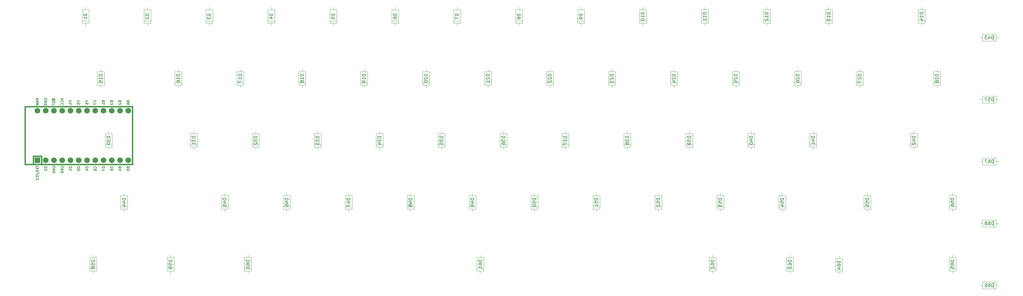
<source format=gbr>
G04 #@! TF.GenerationSoftware,KiCad,Pcbnew,(5.99.0-8711-gbabda304d9)*
G04 #@! TF.CreationDate,2021-01-31T05:21:36-06:00*
G04 #@! TF.ProjectId,65NumpadHATCHED,36354e75-6d70-4616-9448-415443484544,rev?*
G04 #@! TF.SameCoordinates,Original*
G04 #@! TF.FileFunction,Legend,Bot*
G04 #@! TF.FilePolarity,Positive*
%FSLAX46Y46*%
G04 Gerber Fmt 4.6, Leading zero omitted, Abs format (unit mm)*
G04 Created by KiCad (PCBNEW (5.99.0-8711-gbabda304d9)) date 2021-01-31 05:21:36*
%MOMM*%
%LPD*%
G01*
G04 APERTURE LIST*
%ADD10C,0.150000*%
%ADD11C,0.381000*%
%ADD12C,0.120000*%
%ADD13R,1.752600X1.752600*%
%ADD14C,1.752600*%
G04 APERTURE END LIST*
D10*
X-908095Y-85871119D02*
X-1289047Y-85604452D01*
X-908095Y-85413976D02*
X-1708095Y-85413976D01*
X-1708095Y-85718738D01*
X-1670000Y-85794928D01*
X-1631904Y-85833023D01*
X-1555714Y-85871119D01*
X-1441428Y-85871119D01*
X-1365238Y-85833023D01*
X-1327142Y-85794928D01*
X-1289047Y-85718738D01*
X-1289047Y-85413976D01*
X-1136666Y-86175880D02*
X-1136666Y-86556833D01*
X-908095Y-86099690D02*
X-1708095Y-86366357D01*
X-908095Y-86633023D01*
X-1708095Y-86823500D02*
X-908095Y-87013976D01*
X-1479523Y-87166357D01*
X-908095Y-87318738D01*
X-1708095Y-87509214D01*
X14331904Y-106407023D02*
X13531904Y-106407023D01*
X13531904Y-106597500D01*
X13570000Y-106711785D01*
X13646190Y-106787976D01*
X13722380Y-106826071D01*
X13874761Y-106864166D01*
X13989047Y-106864166D01*
X14141428Y-106826071D01*
X14217619Y-106787976D01*
X14293809Y-106711785D01*
X14331904Y-106597500D01*
X14331904Y-106407023D01*
X13798571Y-107549880D02*
X14331904Y-107549880D01*
X13493809Y-107359404D02*
X14065238Y-107168928D01*
X14065238Y-107664166D01*
X11791904Y-106407023D02*
X10991904Y-106407023D01*
X10991904Y-106597500D01*
X11030000Y-106711785D01*
X11106190Y-106787976D01*
X11182380Y-106826071D01*
X11334761Y-106864166D01*
X11449047Y-106864166D01*
X11601428Y-106826071D01*
X11677619Y-106787976D01*
X11753809Y-106711785D01*
X11791904Y-106597500D01*
X11791904Y-106407023D01*
X10991904Y-107359404D02*
X10991904Y-107435595D01*
X11030000Y-107511785D01*
X11068095Y-107549880D01*
X11144285Y-107587976D01*
X11296666Y-107626071D01*
X11487142Y-107626071D01*
X11639523Y-107587976D01*
X11715714Y-107549880D01*
X11753809Y-107511785D01*
X11791904Y-107435595D01*
X11791904Y-107359404D01*
X11753809Y-107283214D01*
X11715714Y-107245119D01*
X11639523Y-107207023D01*
X11487142Y-107168928D01*
X11296666Y-107168928D01*
X11144285Y-107207023D01*
X11068095Y-107245119D01*
X11030000Y-107283214D01*
X10991904Y-107359404D01*
X19411904Y-106407023D02*
X18611904Y-106407023D01*
X18611904Y-106597500D01*
X18650000Y-106711785D01*
X18726190Y-106787976D01*
X18802380Y-106826071D01*
X18954761Y-106864166D01*
X19069047Y-106864166D01*
X19221428Y-106826071D01*
X19297619Y-106787976D01*
X19373809Y-106711785D01*
X19411904Y-106597500D01*
X19411904Y-106407023D01*
X18611904Y-107130833D02*
X18611904Y-107664166D01*
X19411904Y-107321309D01*
X9251904Y-106407023D02*
X8451904Y-106407023D01*
X8451904Y-106597500D01*
X8490000Y-106711785D01*
X8566190Y-106787976D01*
X8642380Y-106826071D01*
X8794761Y-106864166D01*
X8909047Y-106864166D01*
X9061428Y-106826071D01*
X9137619Y-106787976D01*
X9213809Y-106711785D01*
X9251904Y-106597500D01*
X9251904Y-106407023D01*
X9251904Y-107626071D02*
X9251904Y-107168928D01*
X9251904Y-107397500D02*
X8451904Y-107397500D01*
X8566190Y-107321309D01*
X8642380Y-107245119D01*
X8680476Y-107168928D01*
X5950000Y-106641976D02*
X5911904Y-106565785D01*
X5911904Y-106451500D01*
X5950000Y-106337214D01*
X6026190Y-106261023D01*
X6102380Y-106222928D01*
X6254761Y-106184833D01*
X6369047Y-106184833D01*
X6521428Y-106222928D01*
X6597619Y-106261023D01*
X6673809Y-106337214D01*
X6711904Y-106451500D01*
X6711904Y-106527690D01*
X6673809Y-106641976D01*
X6635714Y-106680071D01*
X6369047Y-106680071D01*
X6369047Y-106527690D01*
X6711904Y-107022928D02*
X5911904Y-107022928D01*
X6711904Y-107480071D01*
X5911904Y-107480071D01*
X6711904Y-107861023D02*
X5911904Y-107861023D01*
X5911904Y-108051500D01*
X5950000Y-108165785D01*
X6026190Y-108241976D01*
X6102380Y-108280071D01*
X6254761Y-108318166D01*
X6369047Y-108318166D01*
X6521428Y-108280071D01*
X6597619Y-108241976D01*
X6673809Y-108165785D01*
X6711904Y-108051500D01*
X6711904Y-107861023D01*
X3410000Y-106641976D02*
X3371904Y-106565785D01*
X3371904Y-106451500D01*
X3410000Y-106337214D01*
X3486190Y-106261023D01*
X3562380Y-106222928D01*
X3714761Y-106184833D01*
X3829047Y-106184833D01*
X3981428Y-106222928D01*
X4057619Y-106261023D01*
X4133809Y-106337214D01*
X4171904Y-106451500D01*
X4171904Y-106527690D01*
X4133809Y-106641976D01*
X4095714Y-106680071D01*
X3829047Y-106680071D01*
X3829047Y-106527690D01*
X4171904Y-107022928D02*
X3371904Y-107022928D01*
X4171904Y-107480071D01*
X3371904Y-107480071D01*
X4171904Y-107861023D02*
X3371904Y-107861023D01*
X3371904Y-108051500D01*
X3410000Y-108165785D01*
X3486190Y-108241976D01*
X3562380Y-108280071D01*
X3714761Y-108318166D01*
X3829047Y-108318166D01*
X3981428Y-108280071D01*
X4057619Y-108241976D01*
X4133809Y-108165785D01*
X4171904Y-108051500D01*
X4171904Y-107861023D01*
X21532857Y-106445119D02*
X21532857Y-106711785D01*
X21951904Y-106826071D02*
X21951904Y-106445119D01*
X21151904Y-106445119D01*
X21151904Y-106826071D01*
X21151904Y-107511785D02*
X21151904Y-107359404D01*
X21190000Y-107283214D01*
X21228095Y-107245119D01*
X21342380Y-107168928D01*
X21494761Y-107130833D01*
X21799523Y-107130833D01*
X21875714Y-107168928D01*
X21913809Y-107207023D01*
X21951904Y-107283214D01*
X21951904Y-107435595D01*
X21913809Y-107511785D01*
X21875714Y-107549880D01*
X21799523Y-107587976D01*
X21609047Y-107587976D01*
X21532857Y-107549880D01*
X21494761Y-107511785D01*
X21456666Y-107435595D01*
X21456666Y-107283214D01*
X21494761Y-107207023D01*
X21532857Y-107168928D01*
X21609047Y-107130833D01*
X26612857Y-86353690D02*
X26650952Y-86467976D01*
X26689047Y-86506071D01*
X26765238Y-86544166D01*
X26879523Y-86544166D01*
X26955714Y-86506071D01*
X26993809Y-86467976D01*
X27031904Y-86391785D01*
X27031904Y-86087023D01*
X26231904Y-86087023D01*
X26231904Y-86353690D01*
X26270000Y-86429880D01*
X26308095Y-86467976D01*
X26384285Y-86506071D01*
X26460476Y-86506071D01*
X26536666Y-86467976D01*
X26574761Y-86429880D01*
X26612857Y-86353690D01*
X26612857Y-86087023D01*
X26231904Y-87229880D02*
X26231904Y-87077500D01*
X26270000Y-87001309D01*
X26308095Y-86963214D01*
X26422380Y-86887023D01*
X26574761Y-86848928D01*
X26879523Y-86848928D01*
X26955714Y-86887023D01*
X26993809Y-86925119D01*
X27031904Y-87001309D01*
X27031904Y-87153690D01*
X26993809Y-87229880D01*
X26955714Y-87267976D01*
X26879523Y-87306071D01*
X26689047Y-87306071D01*
X26612857Y-87267976D01*
X26574761Y-87229880D01*
X26536666Y-87153690D01*
X26536666Y-87001309D01*
X26574761Y-86925119D01*
X26612857Y-86887023D01*
X26689047Y-86848928D01*
X18992857Y-86353690D02*
X19030952Y-86467976D01*
X19069047Y-86506071D01*
X19145238Y-86544166D01*
X19259523Y-86544166D01*
X19335714Y-86506071D01*
X19373809Y-86467976D01*
X19411904Y-86391785D01*
X19411904Y-86087023D01*
X18611904Y-86087023D01*
X18611904Y-86353690D01*
X18650000Y-86429880D01*
X18688095Y-86467976D01*
X18764285Y-86506071D01*
X18840476Y-86506071D01*
X18916666Y-86467976D01*
X18954761Y-86429880D01*
X18992857Y-86353690D01*
X18992857Y-86087023D01*
X19411904Y-87306071D02*
X19411904Y-86848928D01*
X19411904Y-87077500D02*
X18611904Y-87077500D01*
X18726190Y-87001309D01*
X18802380Y-86925119D01*
X18840476Y-86848928D01*
X1631904Y-106407023D02*
X831904Y-106407023D01*
X831904Y-106597500D01*
X870000Y-106711785D01*
X946190Y-106787976D01*
X1022380Y-106826071D01*
X1174761Y-106864166D01*
X1289047Y-106864166D01*
X1441428Y-106826071D01*
X1517619Y-106787976D01*
X1593809Y-106711785D01*
X1631904Y-106597500D01*
X1631904Y-106407023D01*
X908095Y-107168928D02*
X870000Y-107207023D01*
X831904Y-107283214D01*
X831904Y-107473690D01*
X870000Y-107549880D01*
X908095Y-107587976D01*
X984285Y-107626071D01*
X1060476Y-107626071D01*
X1174761Y-107587976D01*
X1631904Y-107130833D01*
X1631904Y-107626071D01*
X16795714Y-106864166D02*
X16833809Y-106826071D01*
X16871904Y-106711785D01*
X16871904Y-106635595D01*
X16833809Y-106521309D01*
X16757619Y-106445119D01*
X16681428Y-106407023D01*
X16529047Y-106368928D01*
X16414761Y-106368928D01*
X16262380Y-106407023D01*
X16186190Y-106445119D01*
X16110000Y-106521309D01*
X16071904Y-106635595D01*
X16071904Y-106711785D01*
X16110000Y-106826071D01*
X16148095Y-106864166D01*
X16071904Y-107549880D02*
X16071904Y-107397500D01*
X16110000Y-107321309D01*
X16148095Y-107283214D01*
X16262380Y-107207023D01*
X16414761Y-107168928D01*
X16719523Y-107168928D01*
X16795714Y-107207023D01*
X16833809Y-107245119D01*
X16871904Y-107321309D01*
X16871904Y-107473690D01*
X16833809Y-107549880D01*
X16795714Y-107587976D01*
X16719523Y-107626071D01*
X16529047Y-107626071D01*
X16452857Y-107587976D01*
X16414761Y-107549880D01*
X16376666Y-107473690D01*
X16376666Y-107321309D01*
X16414761Y-107245119D01*
X16452857Y-107207023D01*
X16529047Y-107168928D01*
X16795714Y-106864166D02*
X16833809Y-106826071D01*
X16871904Y-106711785D01*
X16871904Y-106635595D01*
X16833809Y-106521309D01*
X16757619Y-106445119D01*
X16681428Y-106407023D01*
X16529047Y-106368928D01*
X16414761Y-106368928D01*
X16262380Y-106407023D01*
X16186190Y-106445119D01*
X16110000Y-106521309D01*
X16071904Y-106635595D01*
X16071904Y-106711785D01*
X16110000Y-106826071D01*
X16148095Y-106864166D01*
X16071904Y-107549880D02*
X16071904Y-107397500D01*
X16110000Y-107321309D01*
X16148095Y-107283214D01*
X16262380Y-107207023D01*
X16414761Y-107168928D01*
X16719523Y-107168928D01*
X16795714Y-107207023D01*
X16833809Y-107245119D01*
X16871904Y-107321309D01*
X16871904Y-107473690D01*
X16833809Y-107549880D01*
X16795714Y-107587976D01*
X16719523Y-107626071D01*
X16529047Y-107626071D01*
X16452857Y-107587976D01*
X16414761Y-107549880D01*
X16376666Y-107473690D01*
X16376666Y-107321309D01*
X16414761Y-107245119D01*
X16452857Y-107207023D01*
X16529047Y-107168928D01*
X26612857Y-86353690D02*
X26650952Y-86467976D01*
X26689047Y-86506071D01*
X26765238Y-86544166D01*
X26879523Y-86544166D01*
X26955714Y-86506071D01*
X26993809Y-86467976D01*
X27031904Y-86391785D01*
X27031904Y-86087023D01*
X26231904Y-86087023D01*
X26231904Y-86353690D01*
X26270000Y-86429880D01*
X26308095Y-86467976D01*
X26384285Y-86506071D01*
X26460476Y-86506071D01*
X26536666Y-86467976D01*
X26574761Y-86429880D01*
X26612857Y-86353690D01*
X26612857Y-86087023D01*
X26231904Y-87229880D02*
X26231904Y-87077500D01*
X26270000Y-87001309D01*
X26308095Y-86963214D01*
X26422380Y-86887023D01*
X26574761Y-86848928D01*
X26879523Y-86848928D01*
X26955714Y-86887023D01*
X26993809Y-86925119D01*
X27031904Y-87001309D01*
X27031904Y-87153690D01*
X26993809Y-87229880D01*
X26955714Y-87267976D01*
X26879523Y-87306071D01*
X26689047Y-87306071D01*
X26612857Y-87267976D01*
X26574761Y-87229880D01*
X26536666Y-87153690D01*
X26536666Y-87001309D01*
X26574761Y-86925119D01*
X26612857Y-86887023D01*
X26689047Y-86848928D01*
X21532857Y-106445119D02*
X21532857Y-106711785D01*
X21951904Y-106826071D02*
X21951904Y-106445119D01*
X21151904Y-106445119D01*
X21151904Y-106826071D01*
X21151904Y-107511785D02*
X21151904Y-107359404D01*
X21190000Y-107283214D01*
X21228095Y-107245119D01*
X21342380Y-107168928D01*
X21494761Y-107130833D01*
X21799523Y-107130833D01*
X21875714Y-107168928D01*
X21913809Y-107207023D01*
X21951904Y-107283214D01*
X21951904Y-107435595D01*
X21913809Y-107511785D01*
X21875714Y-107549880D01*
X21799523Y-107587976D01*
X21609047Y-107587976D01*
X21532857Y-107549880D01*
X21494761Y-107511785D01*
X21456666Y-107435595D01*
X21456666Y-107283214D01*
X21494761Y-107207023D01*
X21532857Y-107168928D01*
X21609047Y-107130833D01*
X5911904Y-85356833D02*
X6711904Y-85623500D01*
X5911904Y-85890166D01*
X6635714Y-86613976D02*
X6673809Y-86575880D01*
X6711904Y-86461595D01*
X6711904Y-86385404D01*
X6673809Y-86271119D01*
X6597619Y-86194928D01*
X6521428Y-86156833D01*
X6369047Y-86118738D01*
X6254761Y-86118738D01*
X6102380Y-86156833D01*
X6026190Y-86194928D01*
X5950000Y-86271119D01*
X5911904Y-86385404D01*
X5911904Y-86461595D01*
X5950000Y-86575880D01*
X5988095Y-86613976D01*
X6635714Y-87413976D02*
X6673809Y-87375880D01*
X6711904Y-87261595D01*
X6711904Y-87185404D01*
X6673809Y-87071119D01*
X6597619Y-86994928D01*
X6521428Y-86956833D01*
X6369047Y-86918738D01*
X6254761Y-86918738D01*
X6102380Y-86956833D01*
X6026190Y-86994928D01*
X5950000Y-87071119D01*
X5911904Y-87185404D01*
X5911904Y-87261595D01*
X5950000Y-87375880D01*
X5988095Y-87413976D01*
X11372857Y-86410833D02*
X11372857Y-86144166D01*
X11791904Y-86144166D02*
X10991904Y-86144166D01*
X10991904Y-86525119D01*
X10991904Y-87210833D02*
X10991904Y-86829880D01*
X11372857Y-86791785D01*
X11334761Y-86829880D01*
X11296666Y-86906071D01*
X11296666Y-87096547D01*
X11334761Y-87172738D01*
X11372857Y-87210833D01*
X11449047Y-87248928D01*
X11639523Y-87248928D01*
X11715714Y-87210833D01*
X11753809Y-87172738D01*
X11791904Y-87096547D01*
X11791904Y-86906071D01*
X11753809Y-86829880D01*
X11715714Y-86791785D01*
X13912857Y-86410833D02*
X13912857Y-86144166D01*
X14331904Y-86144166D02*
X13531904Y-86144166D01*
X13531904Y-86525119D01*
X13531904Y-87172738D02*
X13531904Y-87020357D01*
X13570000Y-86944166D01*
X13608095Y-86906071D01*
X13722380Y-86829880D01*
X13874761Y-86791785D01*
X14179523Y-86791785D01*
X14255714Y-86829880D01*
X14293809Y-86867976D01*
X14331904Y-86944166D01*
X14331904Y-87096547D01*
X14293809Y-87172738D01*
X14255714Y-87210833D01*
X14179523Y-87248928D01*
X13989047Y-87248928D01*
X13912857Y-87210833D01*
X13874761Y-87172738D01*
X13836666Y-87096547D01*
X13836666Y-86944166D01*
X13874761Y-86867976D01*
X13912857Y-86829880D01*
X13989047Y-86791785D01*
X16452857Y-86410833D02*
X16452857Y-86144166D01*
X16871904Y-86144166D02*
X16071904Y-86144166D01*
X16071904Y-86525119D01*
X16071904Y-86753690D02*
X16071904Y-87287023D01*
X16871904Y-86944166D01*
X870000Y-85813976D02*
X831904Y-85737785D01*
X831904Y-85623500D01*
X870000Y-85509214D01*
X946190Y-85433023D01*
X1022380Y-85394928D01*
X1174761Y-85356833D01*
X1289047Y-85356833D01*
X1441428Y-85394928D01*
X1517619Y-85433023D01*
X1593809Y-85509214D01*
X1631904Y-85623500D01*
X1631904Y-85699690D01*
X1593809Y-85813976D01*
X1555714Y-85852071D01*
X1289047Y-85852071D01*
X1289047Y-85699690D01*
X1631904Y-86194928D02*
X831904Y-86194928D01*
X1631904Y-86652071D01*
X831904Y-86652071D01*
X1631904Y-87033023D02*
X831904Y-87033023D01*
X831904Y-87223500D01*
X870000Y-87337785D01*
X946190Y-87413976D01*
X1022380Y-87452071D01*
X1174761Y-87490166D01*
X1289047Y-87490166D01*
X1441428Y-87452071D01*
X1517619Y-87413976D01*
X1593809Y-87337785D01*
X1631904Y-87223500D01*
X1631904Y-87033023D01*
X5950000Y-106641976D02*
X5911904Y-106565785D01*
X5911904Y-106451500D01*
X5950000Y-106337214D01*
X6026190Y-106261023D01*
X6102380Y-106222928D01*
X6254761Y-106184833D01*
X6369047Y-106184833D01*
X6521428Y-106222928D01*
X6597619Y-106261023D01*
X6673809Y-106337214D01*
X6711904Y-106451500D01*
X6711904Y-106527690D01*
X6673809Y-106641976D01*
X6635714Y-106680071D01*
X6369047Y-106680071D01*
X6369047Y-106527690D01*
X6711904Y-107022928D02*
X5911904Y-107022928D01*
X6711904Y-107480071D01*
X5911904Y-107480071D01*
X6711904Y-107861023D02*
X5911904Y-107861023D01*
X5911904Y-108051500D01*
X5950000Y-108165785D01*
X6026190Y-108241976D01*
X6102380Y-108280071D01*
X6254761Y-108318166D01*
X6369047Y-108318166D01*
X6521428Y-108280071D01*
X6597619Y-108241976D01*
X6673809Y-108165785D01*
X6711904Y-108051500D01*
X6711904Y-107861023D01*
X21532857Y-86353690D02*
X21570952Y-86467976D01*
X21609047Y-86506071D01*
X21685238Y-86544166D01*
X21799523Y-86544166D01*
X21875714Y-86506071D01*
X21913809Y-86467976D01*
X21951904Y-86391785D01*
X21951904Y-86087023D01*
X21151904Y-86087023D01*
X21151904Y-86353690D01*
X21190000Y-86429880D01*
X21228095Y-86467976D01*
X21304285Y-86506071D01*
X21380476Y-86506071D01*
X21456666Y-86467976D01*
X21494761Y-86429880D01*
X21532857Y-86353690D01*
X21532857Y-86087023D01*
X21151904Y-86810833D02*
X21151904Y-87306071D01*
X21456666Y-87039404D01*
X21456666Y-87153690D01*
X21494761Y-87229880D01*
X21532857Y-87267976D01*
X21609047Y-87306071D01*
X21799523Y-87306071D01*
X21875714Y-87267976D01*
X21913809Y-87229880D01*
X21951904Y-87153690D01*
X21951904Y-86925119D01*
X21913809Y-86848928D01*
X21875714Y-86810833D01*
X24072857Y-106673690D02*
X24110952Y-106787976D01*
X24149047Y-106826071D01*
X24225238Y-106864166D01*
X24339523Y-106864166D01*
X24415714Y-106826071D01*
X24453809Y-106787976D01*
X24491904Y-106711785D01*
X24491904Y-106407023D01*
X23691904Y-106407023D01*
X23691904Y-106673690D01*
X23730000Y-106749880D01*
X23768095Y-106787976D01*
X23844285Y-106826071D01*
X23920476Y-106826071D01*
X23996666Y-106787976D01*
X24034761Y-106749880D01*
X24072857Y-106673690D01*
X24072857Y-106407023D01*
X23958571Y-107549880D02*
X24491904Y-107549880D01*
X23653809Y-107359404D02*
X24225238Y-107168928D01*
X24225238Y-107664166D01*
X-1708095Y-106077023D02*
X-1708095Y-106534166D01*
X-908095Y-106305595D02*
X-1708095Y-106305595D01*
X-1708095Y-106724642D02*
X-908095Y-107257976D01*
X-1708095Y-107257976D02*
X-908095Y-106724642D01*
X-1708095Y-107715119D02*
X-1708095Y-107791309D01*
X-1670000Y-107867500D01*
X-1631904Y-107905595D01*
X-1555714Y-107943690D01*
X-1403333Y-107981785D01*
X-1212857Y-107981785D01*
X-1060476Y-107943690D01*
X-984285Y-107905595D01*
X-946190Y-107867500D01*
X-908095Y-107791309D01*
X-908095Y-107715119D01*
X-946190Y-107638928D01*
X-984285Y-107600833D01*
X-1060476Y-107562738D01*
X-1212857Y-107524642D01*
X-1403333Y-107524642D01*
X-1555714Y-107562738D01*
X-1631904Y-107600833D01*
X-1670000Y-107638928D01*
X-1708095Y-107715119D01*
X-1746190Y-108896071D02*
X-717619Y-108210357D01*
X-908095Y-109162738D02*
X-1708095Y-109162738D01*
X-1708095Y-109353214D01*
X-1670000Y-109467500D01*
X-1593809Y-109543690D01*
X-1517619Y-109581785D01*
X-1365238Y-109619880D01*
X-1250952Y-109619880D01*
X-1098571Y-109581785D01*
X-1022380Y-109543690D01*
X-946190Y-109467500D01*
X-908095Y-109353214D01*
X-908095Y-109162738D01*
X-1708095Y-109886547D02*
X-1708095Y-110381785D01*
X-1403333Y-110115119D01*
X-1403333Y-110229404D01*
X-1365238Y-110305595D01*
X-1327142Y-110343690D01*
X-1250952Y-110381785D01*
X-1060476Y-110381785D01*
X-984285Y-110343690D01*
X-946190Y-110305595D01*
X-908095Y-110229404D01*
X-908095Y-110000833D01*
X-946190Y-109924642D01*
X-984285Y-109886547D01*
X5911904Y-85356833D02*
X6711904Y-85623500D01*
X5911904Y-85890166D01*
X6635714Y-86613976D02*
X6673809Y-86575880D01*
X6711904Y-86461595D01*
X6711904Y-86385404D01*
X6673809Y-86271119D01*
X6597619Y-86194928D01*
X6521428Y-86156833D01*
X6369047Y-86118738D01*
X6254761Y-86118738D01*
X6102380Y-86156833D01*
X6026190Y-86194928D01*
X5950000Y-86271119D01*
X5911904Y-86385404D01*
X5911904Y-86461595D01*
X5950000Y-86575880D01*
X5988095Y-86613976D01*
X6635714Y-87413976D02*
X6673809Y-87375880D01*
X6711904Y-87261595D01*
X6711904Y-87185404D01*
X6673809Y-87071119D01*
X6597619Y-86994928D01*
X6521428Y-86956833D01*
X6369047Y-86918738D01*
X6254761Y-86918738D01*
X6102380Y-86956833D01*
X6026190Y-86994928D01*
X5950000Y-87071119D01*
X5911904Y-87185404D01*
X5911904Y-87261595D01*
X5950000Y-87375880D01*
X5988095Y-87413976D01*
X26612857Y-106673690D02*
X26650952Y-106787976D01*
X26689047Y-106826071D01*
X26765238Y-106864166D01*
X26879523Y-106864166D01*
X26955714Y-106826071D01*
X26993809Y-106787976D01*
X27031904Y-106711785D01*
X27031904Y-106407023D01*
X26231904Y-106407023D01*
X26231904Y-106673690D01*
X26270000Y-106749880D01*
X26308095Y-106787976D01*
X26384285Y-106826071D01*
X26460476Y-106826071D01*
X26536666Y-106787976D01*
X26574761Y-106749880D01*
X26612857Y-106673690D01*
X26612857Y-106407023D01*
X26231904Y-107587976D02*
X26231904Y-107207023D01*
X26612857Y-107168928D01*
X26574761Y-107207023D01*
X26536666Y-107283214D01*
X26536666Y-107473690D01*
X26574761Y-107549880D01*
X26612857Y-107587976D01*
X26689047Y-107626071D01*
X26879523Y-107626071D01*
X26955714Y-107587976D01*
X26993809Y-107549880D01*
X27031904Y-107473690D01*
X27031904Y-107283214D01*
X26993809Y-107207023D01*
X26955714Y-107168928D01*
X18992857Y-86353690D02*
X19030952Y-86467976D01*
X19069047Y-86506071D01*
X19145238Y-86544166D01*
X19259523Y-86544166D01*
X19335714Y-86506071D01*
X19373809Y-86467976D01*
X19411904Y-86391785D01*
X19411904Y-86087023D01*
X18611904Y-86087023D01*
X18611904Y-86353690D01*
X18650000Y-86429880D01*
X18688095Y-86467976D01*
X18764285Y-86506071D01*
X18840476Y-86506071D01*
X18916666Y-86467976D01*
X18954761Y-86429880D01*
X18992857Y-86353690D01*
X18992857Y-86087023D01*
X19411904Y-87306071D02*
X19411904Y-86848928D01*
X19411904Y-87077500D02*
X18611904Y-87077500D01*
X18726190Y-87001309D01*
X18802380Y-86925119D01*
X18840476Y-86848928D01*
X8832857Y-86410833D02*
X8832857Y-86144166D01*
X9251904Y-86144166D02*
X8451904Y-86144166D01*
X8451904Y-86525119D01*
X8718571Y-87172738D02*
X9251904Y-87172738D01*
X8413809Y-86982261D02*
X8985238Y-86791785D01*
X8985238Y-87287023D01*
X24072857Y-106673690D02*
X24110952Y-106787976D01*
X24149047Y-106826071D01*
X24225238Y-106864166D01*
X24339523Y-106864166D01*
X24415714Y-106826071D01*
X24453809Y-106787976D01*
X24491904Y-106711785D01*
X24491904Y-106407023D01*
X23691904Y-106407023D01*
X23691904Y-106673690D01*
X23730000Y-106749880D01*
X23768095Y-106787976D01*
X23844285Y-106826071D01*
X23920476Y-106826071D01*
X23996666Y-106787976D01*
X24034761Y-106749880D01*
X24072857Y-106673690D01*
X24072857Y-106407023D01*
X23958571Y-107549880D02*
X24491904Y-107549880D01*
X23653809Y-107359404D02*
X24225238Y-107168928D01*
X24225238Y-107664166D01*
X26612857Y-106673690D02*
X26650952Y-106787976D01*
X26689047Y-106826071D01*
X26765238Y-106864166D01*
X26879523Y-106864166D01*
X26955714Y-106826071D01*
X26993809Y-106787976D01*
X27031904Y-106711785D01*
X27031904Y-106407023D01*
X26231904Y-106407023D01*
X26231904Y-106673690D01*
X26270000Y-106749880D01*
X26308095Y-106787976D01*
X26384285Y-106826071D01*
X26460476Y-106826071D01*
X26536666Y-106787976D01*
X26574761Y-106749880D01*
X26612857Y-106673690D01*
X26612857Y-106407023D01*
X26231904Y-107587976D02*
X26231904Y-107207023D01*
X26612857Y-107168928D01*
X26574761Y-107207023D01*
X26536666Y-107283214D01*
X26536666Y-107473690D01*
X26574761Y-107549880D01*
X26612857Y-107587976D01*
X26689047Y-107626071D01*
X26879523Y-107626071D01*
X26955714Y-107587976D01*
X26993809Y-107549880D01*
X27031904Y-107473690D01*
X27031904Y-107283214D01*
X26993809Y-107207023D01*
X26955714Y-107168928D01*
X9251904Y-106407023D02*
X8451904Y-106407023D01*
X8451904Y-106597500D01*
X8490000Y-106711785D01*
X8566190Y-106787976D01*
X8642380Y-106826071D01*
X8794761Y-106864166D01*
X8909047Y-106864166D01*
X9061428Y-106826071D01*
X9137619Y-106787976D01*
X9213809Y-106711785D01*
X9251904Y-106597500D01*
X9251904Y-106407023D01*
X9251904Y-107626071D02*
X9251904Y-107168928D01*
X9251904Y-107397500D02*
X8451904Y-107397500D01*
X8566190Y-107321309D01*
X8642380Y-107245119D01*
X8680476Y-107168928D01*
X-1708095Y-106077023D02*
X-1708095Y-106534166D01*
X-908095Y-106305595D02*
X-1708095Y-106305595D01*
X-1708095Y-106724642D02*
X-908095Y-107257976D01*
X-1708095Y-107257976D02*
X-908095Y-106724642D01*
X-1708095Y-107715119D02*
X-1708095Y-107791309D01*
X-1670000Y-107867500D01*
X-1631904Y-107905595D01*
X-1555714Y-107943690D01*
X-1403333Y-107981785D01*
X-1212857Y-107981785D01*
X-1060476Y-107943690D01*
X-984285Y-107905595D01*
X-946190Y-107867500D01*
X-908095Y-107791309D01*
X-908095Y-107715119D01*
X-946190Y-107638928D01*
X-984285Y-107600833D01*
X-1060476Y-107562738D01*
X-1212857Y-107524642D01*
X-1403333Y-107524642D01*
X-1555714Y-107562738D01*
X-1631904Y-107600833D01*
X-1670000Y-107638928D01*
X-1708095Y-107715119D01*
X-1746190Y-108896071D02*
X-717619Y-108210357D01*
X-908095Y-109162738D02*
X-1708095Y-109162738D01*
X-1708095Y-109353214D01*
X-1670000Y-109467500D01*
X-1593809Y-109543690D01*
X-1517619Y-109581785D01*
X-1365238Y-109619880D01*
X-1250952Y-109619880D01*
X-1098571Y-109581785D01*
X-1022380Y-109543690D01*
X-946190Y-109467500D01*
X-908095Y-109353214D01*
X-908095Y-109162738D01*
X-1708095Y-109886547D02*
X-1708095Y-110381785D01*
X-1403333Y-110115119D01*
X-1403333Y-110229404D01*
X-1365238Y-110305595D01*
X-1327142Y-110343690D01*
X-1250952Y-110381785D01*
X-1060476Y-110381785D01*
X-984285Y-110343690D01*
X-946190Y-110305595D01*
X-908095Y-110229404D01*
X-908095Y-110000833D01*
X-946190Y-109924642D01*
X-984285Y-109886547D01*
X-908095Y-85871119D02*
X-1289047Y-85604452D01*
X-908095Y-85413976D02*
X-1708095Y-85413976D01*
X-1708095Y-85718738D01*
X-1670000Y-85794928D01*
X-1631904Y-85833023D01*
X-1555714Y-85871119D01*
X-1441428Y-85871119D01*
X-1365238Y-85833023D01*
X-1327142Y-85794928D01*
X-1289047Y-85718738D01*
X-1289047Y-85413976D01*
X-1136666Y-86175880D02*
X-1136666Y-86556833D01*
X-908095Y-86099690D02*
X-1708095Y-86366357D01*
X-908095Y-86633023D01*
X-1708095Y-86823500D02*
X-908095Y-87013976D01*
X-1479523Y-87166357D01*
X-908095Y-87318738D01*
X-1708095Y-87509214D01*
X24072857Y-86353690D02*
X24110952Y-86467976D01*
X24149047Y-86506071D01*
X24225238Y-86544166D01*
X24339523Y-86544166D01*
X24415714Y-86506071D01*
X24453809Y-86467976D01*
X24491904Y-86391785D01*
X24491904Y-86087023D01*
X23691904Y-86087023D01*
X23691904Y-86353690D01*
X23730000Y-86429880D01*
X23768095Y-86467976D01*
X23844285Y-86506071D01*
X23920476Y-86506071D01*
X23996666Y-86467976D01*
X24034761Y-86429880D01*
X24072857Y-86353690D01*
X24072857Y-86087023D01*
X23768095Y-86848928D02*
X23730000Y-86887023D01*
X23691904Y-86963214D01*
X23691904Y-87153690D01*
X23730000Y-87229880D01*
X23768095Y-87267976D01*
X23844285Y-87306071D01*
X23920476Y-87306071D01*
X24034761Y-87267976D01*
X24491904Y-86810833D01*
X24491904Y-87306071D01*
X11791904Y-106407023D02*
X10991904Y-106407023D01*
X10991904Y-106597500D01*
X11030000Y-106711785D01*
X11106190Y-106787976D01*
X11182380Y-106826071D01*
X11334761Y-106864166D01*
X11449047Y-106864166D01*
X11601428Y-106826071D01*
X11677619Y-106787976D01*
X11753809Y-106711785D01*
X11791904Y-106597500D01*
X11791904Y-106407023D01*
X10991904Y-107359404D02*
X10991904Y-107435595D01*
X11030000Y-107511785D01*
X11068095Y-107549880D01*
X11144285Y-107587976D01*
X11296666Y-107626071D01*
X11487142Y-107626071D01*
X11639523Y-107587976D01*
X11715714Y-107549880D01*
X11753809Y-107511785D01*
X11791904Y-107435595D01*
X11791904Y-107359404D01*
X11753809Y-107283214D01*
X11715714Y-107245119D01*
X11639523Y-107207023D01*
X11487142Y-107168928D01*
X11296666Y-107168928D01*
X11144285Y-107207023D01*
X11068095Y-107245119D01*
X11030000Y-107283214D01*
X10991904Y-107359404D01*
X14331904Y-106407023D02*
X13531904Y-106407023D01*
X13531904Y-106597500D01*
X13570000Y-106711785D01*
X13646190Y-106787976D01*
X13722380Y-106826071D01*
X13874761Y-106864166D01*
X13989047Y-106864166D01*
X14141428Y-106826071D01*
X14217619Y-106787976D01*
X14293809Y-106711785D01*
X14331904Y-106597500D01*
X14331904Y-106407023D01*
X13798571Y-107549880D02*
X14331904Y-107549880D01*
X13493809Y-107359404D02*
X14065238Y-107168928D01*
X14065238Y-107664166D01*
X8832857Y-86410833D02*
X8832857Y-86144166D01*
X9251904Y-86144166D02*
X8451904Y-86144166D01*
X8451904Y-86525119D01*
X8718571Y-87172738D02*
X9251904Y-87172738D01*
X8413809Y-86982261D02*
X8985238Y-86791785D01*
X8985238Y-87287023D01*
X19411904Y-106407023D02*
X18611904Y-106407023D01*
X18611904Y-106597500D01*
X18650000Y-106711785D01*
X18726190Y-106787976D01*
X18802380Y-106826071D01*
X18954761Y-106864166D01*
X19069047Y-106864166D01*
X19221428Y-106826071D01*
X19297619Y-106787976D01*
X19373809Y-106711785D01*
X19411904Y-106597500D01*
X19411904Y-106407023D01*
X18611904Y-107130833D02*
X18611904Y-107664166D01*
X19411904Y-107321309D01*
X21532857Y-86353690D02*
X21570952Y-86467976D01*
X21609047Y-86506071D01*
X21685238Y-86544166D01*
X21799523Y-86544166D01*
X21875714Y-86506071D01*
X21913809Y-86467976D01*
X21951904Y-86391785D01*
X21951904Y-86087023D01*
X21151904Y-86087023D01*
X21151904Y-86353690D01*
X21190000Y-86429880D01*
X21228095Y-86467976D01*
X21304285Y-86506071D01*
X21380476Y-86506071D01*
X21456666Y-86467976D01*
X21494761Y-86429880D01*
X21532857Y-86353690D01*
X21532857Y-86087023D01*
X21151904Y-86810833D02*
X21151904Y-87306071D01*
X21456666Y-87039404D01*
X21456666Y-87153690D01*
X21494761Y-87229880D01*
X21532857Y-87267976D01*
X21609047Y-87306071D01*
X21799523Y-87306071D01*
X21875714Y-87267976D01*
X21913809Y-87229880D01*
X21951904Y-87153690D01*
X21951904Y-86925119D01*
X21913809Y-86848928D01*
X21875714Y-86810833D01*
X4103809Y-86271166D02*
X4141904Y-86385452D01*
X4141904Y-86575928D01*
X4103809Y-86652119D01*
X4065714Y-86690214D01*
X3989523Y-86728309D01*
X3913333Y-86728309D01*
X3837142Y-86690214D01*
X3799047Y-86652119D01*
X3760952Y-86575928D01*
X3722857Y-86423547D01*
X3684761Y-86347357D01*
X3646666Y-86309261D01*
X3570476Y-86271166D01*
X3494285Y-86271166D01*
X3418095Y-86309261D01*
X3380000Y-86347357D01*
X3341904Y-86423547D01*
X3341904Y-86614023D01*
X3380000Y-86728309D01*
X3341904Y-86956880D02*
X3341904Y-87414023D01*
X4141904Y-87185452D02*
X3341904Y-87185452D01*
X1631904Y-106407023D02*
X831904Y-106407023D01*
X831904Y-106597500D01*
X870000Y-106711785D01*
X946190Y-106787976D01*
X1022380Y-106826071D01*
X1174761Y-106864166D01*
X1289047Y-106864166D01*
X1441428Y-106826071D01*
X1517619Y-106787976D01*
X1593809Y-106711785D01*
X1631904Y-106597500D01*
X1631904Y-106407023D01*
X908095Y-107168928D02*
X870000Y-107207023D01*
X831904Y-107283214D01*
X831904Y-107473690D01*
X870000Y-107549880D01*
X908095Y-107587976D01*
X984285Y-107626071D01*
X1060476Y-107626071D01*
X1174761Y-107587976D01*
X1631904Y-107130833D01*
X1631904Y-107626071D01*
X128246130Y-59428154D02*
X127246130Y-59428154D01*
X127246130Y-59666250D01*
X127293750Y-59809107D01*
X127388988Y-59904345D01*
X127484226Y-59951964D01*
X127674702Y-59999583D01*
X127817559Y-59999583D01*
X128008035Y-59951964D01*
X128103273Y-59904345D01*
X128198511Y-59809107D01*
X128246130Y-59666250D01*
X128246130Y-59428154D01*
X127246130Y-60332916D02*
X127246130Y-60999583D01*
X128246130Y-60571011D01*
X147296130Y-59428154D02*
X146296130Y-59428154D01*
X146296130Y-59666250D01*
X146343750Y-59809107D01*
X146438988Y-59904345D01*
X146534226Y-59951964D01*
X146724702Y-59999583D01*
X146867559Y-59999583D01*
X147058035Y-59951964D01*
X147153273Y-59904345D01*
X147248511Y-59809107D01*
X147296130Y-59666250D01*
X147296130Y-59428154D01*
X146724702Y-60571011D02*
X146677083Y-60475773D01*
X146629464Y-60428154D01*
X146534226Y-60380535D01*
X146486607Y-60380535D01*
X146391369Y-60428154D01*
X146343750Y-60475773D01*
X146296130Y-60571011D01*
X146296130Y-60761488D01*
X146343750Y-60856726D01*
X146391369Y-60904345D01*
X146486607Y-60951964D01*
X146534226Y-60951964D01*
X146629464Y-60904345D01*
X146677083Y-60856726D01*
X146724702Y-60761488D01*
X146724702Y-60571011D01*
X146772321Y-60475773D01*
X146819940Y-60428154D01*
X146915178Y-60380535D01*
X147105654Y-60380535D01*
X147200892Y-60428154D01*
X147248511Y-60475773D01*
X147296130Y-60571011D01*
X147296130Y-60761488D01*
X147248511Y-60856726D01*
X147200892Y-60904345D01*
X147105654Y-60951964D01*
X146915178Y-60951964D01*
X146819940Y-60904345D01*
X146772321Y-60856726D01*
X146724702Y-60761488D01*
X166346130Y-59428154D02*
X165346130Y-59428154D01*
X165346130Y-59666250D01*
X165393750Y-59809107D01*
X165488988Y-59904345D01*
X165584226Y-59951964D01*
X165774702Y-59999583D01*
X165917559Y-59999583D01*
X166108035Y-59951964D01*
X166203273Y-59904345D01*
X166298511Y-59809107D01*
X166346130Y-59666250D01*
X166346130Y-59428154D01*
X166346130Y-60475773D02*
X166346130Y-60666250D01*
X166298511Y-60761488D01*
X166250892Y-60809107D01*
X166108035Y-60904345D01*
X165917559Y-60951964D01*
X165536607Y-60951964D01*
X165441369Y-60904345D01*
X165393750Y-60856726D01*
X165346130Y-60761488D01*
X165346130Y-60571011D01*
X165393750Y-60475773D01*
X165441369Y-60428154D01*
X165536607Y-60380535D01*
X165774702Y-60380535D01*
X165869940Y-60428154D01*
X165917559Y-60475773D01*
X165965178Y-60571011D01*
X165965178Y-60761488D01*
X165917559Y-60856726D01*
X165869940Y-60904345D01*
X165774702Y-60951964D01*
X185396130Y-58951964D02*
X184396130Y-58951964D01*
X184396130Y-59190059D01*
X184443750Y-59332916D01*
X184538988Y-59428154D01*
X184634226Y-59475773D01*
X184824702Y-59523392D01*
X184967559Y-59523392D01*
X185158035Y-59475773D01*
X185253273Y-59428154D01*
X185348511Y-59332916D01*
X185396130Y-59190059D01*
X185396130Y-58951964D01*
X185396130Y-60475773D02*
X185396130Y-59904345D01*
X185396130Y-60190059D02*
X184396130Y-60190059D01*
X184538988Y-60094821D01*
X184634226Y-59999583D01*
X184681845Y-59904345D01*
X184396130Y-61094821D02*
X184396130Y-61190059D01*
X184443750Y-61285297D01*
X184491369Y-61332916D01*
X184586607Y-61380535D01*
X184777083Y-61428154D01*
X185015178Y-61428154D01*
X185205654Y-61380535D01*
X185300892Y-61332916D01*
X185348511Y-61285297D01*
X185396130Y-61190059D01*
X185396130Y-61094821D01*
X185348511Y-60999583D01*
X185300892Y-60951964D01*
X185205654Y-60904345D01*
X185015178Y-60856726D01*
X184777083Y-60856726D01*
X184586607Y-60904345D01*
X184491369Y-60951964D01*
X184443750Y-60999583D01*
X184396130Y-61094821D01*
X204446130Y-58951964D02*
X203446130Y-58951964D01*
X203446130Y-59190059D01*
X203493750Y-59332916D01*
X203588988Y-59428154D01*
X203684226Y-59475773D01*
X203874702Y-59523392D01*
X204017559Y-59523392D01*
X204208035Y-59475773D01*
X204303273Y-59428154D01*
X204398511Y-59332916D01*
X204446130Y-59190059D01*
X204446130Y-58951964D01*
X204446130Y-60475773D02*
X204446130Y-59904345D01*
X204446130Y-60190059D02*
X203446130Y-60190059D01*
X203588988Y-60094821D01*
X203684226Y-59999583D01*
X203731845Y-59904345D01*
X204446130Y-61428154D02*
X204446130Y-60856726D01*
X204446130Y-61142440D02*
X203446130Y-61142440D01*
X203588988Y-61047202D01*
X203684226Y-60951964D01*
X203731845Y-60856726D01*
X223496130Y-58951964D02*
X222496130Y-58951964D01*
X222496130Y-59190059D01*
X222543750Y-59332916D01*
X222638988Y-59428154D01*
X222734226Y-59475773D01*
X222924702Y-59523392D01*
X223067559Y-59523392D01*
X223258035Y-59475773D01*
X223353273Y-59428154D01*
X223448511Y-59332916D01*
X223496130Y-59190059D01*
X223496130Y-58951964D01*
X223496130Y-60475773D02*
X223496130Y-59904345D01*
X223496130Y-60190059D02*
X222496130Y-60190059D01*
X222638988Y-60094821D01*
X222734226Y-59999583D01*
X222781845Y-59904345D01*
X222591369Y-60856726D02*
X222543750Y-60904345D01*
X222496130Y-60999583D01*
X222496130Y-61237678D01*
X222543750Y-61332916D01*
X222591369Y-61380535D01*
X222686607Y-61428154D01*
X222781845Y-61428154D01*
X222924702Y-61380535D01*
X223496130Y-60809107D01*
X223496130Y-61428154D01*
X242546130Y-58951964D02*
X241546130Y-58951964D01*
X241546130Y-59190059D01*
X241593750Y-59332916D01*
X241688988Y-59428154D01*
X241784226Y-59475773D01*
X241974702Y-59523392D01*
X242117559Y-59523392D01*
X242308035Y-59475773D01*
X242403273Y-59428154D01*
X242498511Y-59332916D01*
X242546130Y-59190059D01*
X242546130Y-58951964D01*
X242546130Y-60475773D02*
X242546130Y-59904345D01*
X242546130Y-60190059D02*
X241546130Y-60190059D01*
X241688988Y-60094821D01*
X241784226Y-59999583D01*
X241831845Y-59904345D01*
X241546130Y-60809107D02*
X241546130Y-61428154D01*
X241927083Y-61094821D01*
X241927083Y-61237678D01*
X241974702Y-61332916D01*
X242022321Y-61380535D01*
X242117559Y-61428154D01*
X242355654Y-61428154D01*
X242450892Y-61380535D01*
X242498511Y-61332916D01*
X242546130Y-61237678D01*
X242546130Y-60951964D01*
X242498511Y-60856726D01*
X242450892Y-60809107D01*
X271121130Y-58951964D02*
X270121130Y-58951964D01*
X270121130Y-59190059D01*
X270168750Y-59332916D01*
X270263988Y-59428154D01*
X270359226Y-59475773D01*
X270549702Y-59523392D01*
X270692559Y-59523392D01*
X270883035Y-59475773D01*
X270978273Y-59428154D01*
X271073511Y-59332916D01*
X271121130Y-59190059D01*
X271121130Y-58951964D01*
X271121130Y-60475773D02*
X271121130Y-59904345D01*
X271121130Y-60190059D02*
X270121130Y-60190059D01*
X270263988Y-60094821D01*
X270359226Y-59999583D01*
X270406845Y-59904345D01*
X270454464Y-61332916D02*
X271121130Y-61332916D01*
X270073511Y-61094821D02*
X270787797Y-60856726D01*
X270787797Y-61475773D01*
X42521130Y-78001964D02*
X41521130Y-78001964D01*
X41521130Y-78240059D01*
X41568750Y-78382916D01*
X41663988Y-78478154D01*
X41759226Y-78525773D01*
X41949702Y-78573392D01*
X42092559Y-78573392D01*
X42283035Y-78525773D01*
X42378273Y-78478154D01*
X42473511Y-78382916D01*
X42521130Y-78240059D01*
X42521130Y-78001964D01*
X42521130Y-79525773D02*
X42521130Y-78954345D01*
X42521130Y-79240059D02*
X41521130Y-79240059D01*
X41663988Y-79144821D01*
X41759226Y-79049583D01*
X41806845Y-78954345D01*
X41521130Y-80382916D02*
X41521130Y-80192440D01*
X41568750Y-80097202D01*
X41616369Y-80049583D01*
X41759226Y-79954345D01*
X41949702Y-79906726D01*
X42330654Y-79906726D01*
X42425892Y-79954345D01*
X42473511Y-80001964D01*
X42521130Y-80097202D01*
X42521130Y-80287678D01*
X42473511Y-80382916D01*
X42425892Y-80430535D01*
X42330654Y-80478154D01*
X42092559Y-80478154D01*
X41997321Y-80430535D01*
X41949702Y-80382916D01*
X41902083Y-80287678D01*
X41902083Y-80097202D01*
X41949702Y-80001964D01*
X41997321Y-79954345D01*
X42092559Y-79906726D01*
X61571130Y-78001964D02*
X60571130Y-78001964D01*
X60571130Y-78240059D01*
X60618750Y-78382916D01*
X60713988Y-78478154D01*
X60809226Y-78525773D01*
X60999702Y-78573392D01*
X61142559Y-78573392D01*
X61333035Y-78525773D01*
X61428273Y-78478154D01*
X61523511Y-78382916D01*
X61571130Y-78240059D01*
X61571130Y-78001964D01*
X61571130Y-79525773D02*
X61571130Y-78954345D01*
X61571130Y-79240059D02*
X60571130Y-79240059D01*
X60713988Y-79144821D01*
X60809226Y-79049583D01*
X60856845Y-78954345D01*
X60571130Y-79859107D02*
X60571130Y-80525773D01*
X61571130Y-80097202D01*
X80621130Y-78001964D02*
X79621130Y-78001964D01*
X79621130Y-78240059D01*
X79668750Y-78382916D01*
X79763988Y-78478154D01*
X79859226Y-78525773D01*
X80049702Y-78573392D01*
X80192559Y-78573392D01*
X80383035Y-78525773D01*
X80478273Y-78478154D01*
X80573511Y-78382916D01*
X80621130Y-78240059D01*
X80621130Y-78001964D01*
X80621130Y-79525773D02*
X80621130Y-78954345D01*
X80621130Y-79240059D02*
X79621130Y-79240059D01*
X79763988Y-79144821D01*
X79859226Y-79049583D01*
X79906845Y-78954345D01*
X80049702Y-80097202D02*
X80002083Y-80001964D01*
X79954464Y-79954345D01*
X79859226Y-79906726D01*
X79811607Y-79906726D01*
X79716369Y-79954345D01*
X79668750Y-80001964D01*
X79621130Y-80097202D01*
X79621130Y-80287678D01*
X79668750Y-80382916D01*
X79716369Y-80430535D01*
X79811607Y-80478154D01*
X79859226Y-80478154D01*
X79954464Y-80430535D01*
X80002083Y-80382916D01*
X80049702Y-80287678D01*
X80049702Y-80097202D01*
X80097321Y-80001964D01*
X80144940Y-79954345D01*
X80240178Y-79906726D01*
X80430654Y-79906726D01*
X80525892Y-79954345D01*
X80573511Y-80001964D01*
X80621130Y-80097202D01*
X80621130Y-80287678D01*
X80573511Y-80382916D01*
X80525892Y-80430535D01*
X80430654Y-80478154D01*
X80240178Y-80478154D01*
X80144940Y-80430535D01*
X80097321Y-80382916D01*
X80049702Y-80287678D01*
X99671130Y-78001964D02*
X98671130Y-78001964D01*
X98671130Y-78240059D01*
X98718750Y-78382916D01*
X98813988Y-78478154D01*
X98909226Y-78525773D01*
X99099702Y-78573392D01*
X99242559Y-78573392D01*
X99433035Y-78525773D01*
X99528273Y-78478154D01*
X99623511Y-78382916D01*
X99671130Y-78240059D01*
X99671130Y-78001964D01*
X99671130Y-79525773D02*
X99671130Y-78954345D01*
X99671130Y-79240059D02*
X98671130Y-79240059D01*
X98813988Y-79144821D01*
X98909226Y-79049583D01*
X98956845Y-78954345D01*
X99671130Y-80001964D02*
X99671130Y-80192440D01*
X99623511Y-80287678D01*
X99575892Y-80335297D01*
X99433035Y-80430535D01*
X99242559Y-80478154D01*
X98861607Y-80478154D01*
X98766369Y-80430535D01*
X98718750Y-80382916D01*
X98671130Y-80287678D01*
X98671130Y-80097202D01*
X98718750Y-80001964D01*
X98766369Y-79954345D01*
X98861607Y-79906726D01*
X99099702Y-79906726D01*
X99194940Y-79954345D01*
X99242559Y-80001964D01*
X99290178Y-80097202D01*
X99290178Y-80287678D01*
X99242559Y-80382916D01*
X99194940Y-80430535D01*
X99099702Y-80478154D01*
X118721130Y-78001964D02*
X117721130Y-78001964D01*
X117721130Y-78240059D01*
X117768750Y-78382916D01*
X117863988Y-78478154D01*
X117959226Y-78525773D01*
X118149702Y-78573392D01*
X118292559Y-78573392D01*
X118483035Y-78525773D01*
X118578273Y-78478154D01*
X118673511Y-78382916D01*
X118721130Y-78240059D01*
X118721130Y-78001964D01*
X117816369Y-78954345D02*
X117768750Y-79001964D01*
X117721130Y-79097202D01*
X117721130Y-79335297D01*
X117768750Y-79430535D01*
X117816369Y-79478154D01*
X117911607Y-79525773D01*
X118006845Y-79525773D01*
X118149702Y-79478154D01*
X118721130Y-78906726D01*
X118721130Y-79525773D01*
X117721130Y-80144821D02*
X117721130Y-80240059D01*
X117768750Y-80335297D01*
X117816369Y-80382916D01*
X117911607Y-80430535D01*
X118102083Y-80478154D01*
X118340178Y-80478154D01*
X118530654Y-80430535D01*
X118625892Y-80382916D01*
X118673511Y-80335297D01*
X118721130Y-80240059D01*
X118721130Y-80144821D01*
X118673511Y-80049583D01*
X118625892Y-80001964D01*
X118530654Y-79954345D01*
X118340178Y-79906726D01*
X118102083Y-79906726D01*
X117911607Y-79954345D01*
X117816369Y-80001964D01*
X117768750Y-80049583D01*
X117721130Y-80144821D01*
X137771130Y-78001964D02*
X136771130Y-78001964D01*
X136771130Y-78240059D01*
X136818750Y-78382916D01*
X136913988Y-78478154D01*
X137009226Y-78525773D01*
X137199702Y-78573392D01*
X137342559Y-78573392D01*
X137533035Y-78525773D01*
X137628273Y-78478154D01*
X137723511Y-78382916D01*
X137771130Y-78240059D01*
X137771130Y-78001964D01*
X136866369Y-78954345D02*
X136818750Y-79001964D01*
X136771130Y-79097202D01*
X136771130Y-79335297D01*
X136818750Y-79430535D01*
X136866369Y-79478154D01*
X136961607Y-79525773D01*
X137056845Y-79525773D01*
X137199702Y-79478154D01*
X137771130Y-78906726D01*
X137771130Y-79525773D01*
X137771130Y-80478154D02*
X137771130Y-79906726D01*
X137771130Y-80192440D02*
X136771130Y-80192440D01*
X136913988Y-80097202D01*
X137009226Y-80001964D01*
X137056845Y-79906726D01*
X156821130Y-78001964D02*
X155821130Y-78001964D01*
X155821130Y-78240059D01*
X155868750Y-78382916D01*
X155963988Y-78478154D01*
X156059226Y-78525773D01*
X156249702Y-78573392D01*
X156392559Y-78573392D01*
X156583035Y-78525773D01*
X156678273Y-78478154D01*
X156773511Y-78382916D01*
X156821130Y-78240059D01*
X156821130Y-78001964D01*
X155916369Y-78954345D02*
X155868750Y-79001964D01*
X155821130Y-79097202D01*
X155821130Y-79335297D01*
X155868750Y-79430535D01*
X155916369Y-79478154D01*
X156011607Y-79525773D01*
X156106845Y-79525773D01*
X156249702Y-79478154D01*
X156821130Y-78906726D01*
X156821130Y-79525773D01*
X155916369Y-79906726D02*
X155868750Y-79954345D01*
X155821130Y-80049583D01*
X155821130Y-80287678D01*
X155868750Y-80382916D01*
X155916369Y-80430535D01*
X156011607Y-80478154D01*
X156106845Y-80478154D01*
X156249702Y-80430535D01*
X156821130Y-79859107D01*
X156821130Y-80478154D01*
X175871130Y-78001964D02*
X174871130Y-78001964D01*
X174871130Y-78240059D01*
X174918750Y-78382916D01*
X175013988Y-78478154D01*
X175109226Y-78525773D01*
X175299702Y-78573392D01*
X175442559Y-78573392D01*
X175633035Y-78525773D01*
X175728273Y-78478154D01*
X175823511Y-78382916D01*
X175871130Y-78240059D01*
X175871130Y-78001964D01*
X174966369Y-78954345D02*
X174918750Y-79001964D01*
X174871130Y-79097202D01*
X174871130Y-79335297D01*
X174918750Y-79430535D01*
X174966369Y-79478154D01*
X175061607Y-79525773D01*
X175156845Y-79525773D01*
X175299702Y-79478154D01*
X175871130Y-78906726D01*
X175871130Y-79525773D01*
X174871130Y-79859107D02*
X174871130Y-80478154D01*
X175252083Y-80144821D01*
X175252083Y-80287678D01*
X175299702Y-80382916D01*
X175347321Y-80430535D01*
X175442559Y-80478154D01*
X175680654Y-80478154D01*
X175775892Y-80430535D01*
X175823511Y-80382916D01*
X175871130Y-80287678D01*
X175871130Y-80001964D01*
X175823511Y-79906726D01*
X175775892Y-79859107D01*
X194921130Y-78001964D02*
X193921130Y-78001964D01*
X193921130Y-78240059D01*
X193968750Y-78382916D01*
X194063988Y-78478154D01*
X194159226Y-78525773D01*
X194349702Y-78573392D01*
X194492559Y-78573392D01*
X194683035Y-78525773D01*
X194778273Y-78478154D01*
X194873511Y-78382916D01*
X194921130Y-78240059D01*
X194921130Y-78001964D01*
X194016369Y-78954345D02*
X193968750Y-79001964D01*
X193921130Y-79097202D01*
X193921130Y-79335297D01*
X193968750Y-79430535D01*
X194016369Y-79478154D01*
X194111607Y-79525773D01*
X194206845Y-79525773D01*
X194349702Y-79478154D01*
X194921130Y-78906726D01*
X194921130Y-79525773D01*
X194254464Y-80382916D02*
X194921130Y-80382916D01*
X193873511Y-80144821D02*
X194587797Y-79906726D01*
X194587797Y-80525773D01*
X213971130Y-78001964D02*
X212971130Y-78001964D01*
X212971130Y-78240059D01*
X213018750Y-78382916D01*
X213113988Y-78478154D01*
X213209226Y-78525773D01*
X213399702Y-78573392D01*
X213542559Y-78573392D01*
X213733035Y-78525773D01*
X213828273Y-78478154D01*
X213923511Y-78382916D01*
X213971130Y-78240059D01*
X213971130Y-78001964D01*
X213066369Y-78954345D02*
X213018750Y-79001964D01*
X212971130Y-79097202D01*
X212971130Y-79335297D01*
X213018750Y-79430535D01*
X213066369Y-79478154D01*
X213161607Y-79525773D01*
X213256845Y-79525773D01*
X213399702Y-79478154D01*
X213971130Y-78906726D01*
X213971130Y-79525773D01*
X212971130Y-80430535D02*
X212971130Y-79954345D01*
X213447321Y-79906726D01*
X213399702Y-79954345D01*
X213352083Y-80049583D01*
X213352083Y-80287678D01*
X213399702Y-80382916D01*
X213447321Y-80430535D01*
X213542559Y-80478154D01*
X213780654Y-80478154D01*
X213875892Y-80430535D01*
X213923511Y-80382916D01*
X213971130Y-80287678D01*
X213971130Y-80049583D01*
X213923511Y-79954345D01*
X213875892Y-79906726D01*
X233021130Y-78001964D02*
X232021130Y-78001964D01*
X232021130Y-78240059D01*
X232068750Y-78382916D01*
X232163988Y-78478154D01*
X232259226Y-78525773D01*
X232449702Y-78573392D01*
X232592559Y-78573392D01*
X232783035Y-78525773D01*
X232878273Y-78478154D01*
X232973511Y-78382916D01*
X233021130Y-78240059D01*
X233021130Y-78001964D01*
X232116369Y-78954345D02*
X232068750Y-79001964D01*
X232021130Y-79097202D01*
X232021130Y-79335297D01*
X232068750Y-79430535D01*
X232116369Y-79478154D01*
X232211607Y-79525773D01*
X232306845Y-79525773D01*
X232449702Y-79478154D01*
X233021130Y-78906726D01*
X233021130Y-79525773D01*
X232021130Y-80382916D02*
X232021130Y-80192440D01*
X232068750Y-80097202D01*
X232116369Y-80049583D01*
X232259226Y-79954345D01*
X232449702Y-79906726D01*
X232830654Y-79906726D01*
X232925892Y-79954345D01*
X232973511Y-80001964D01*
X233021130Y-80097202D01*
X233021130Y-80287678D01*
X232973511Y-80382916D01*
X232925892Y-80430535D01*
X232830654Y-80478154D01*
X232592559Y-80478154D01*
X232497321Y-80430535D01*
X232449702Y-80382916D01*
X232402083Y-80287678D01*
X232402083Y-80097202D01*
X232449702Y-80001964D01*
X232497321Y-79954345D01*
X232592559Y-79906726D01*
X252071130Y-78001964D02*
X251071130Y-78001964D01*
X251071130Y-78240059D01*
X251118750Y-78382916D01*
X251213988Y-78478154D01*
X251309226Y-78525773D01*
X251499702Y-78573392D01*
X251642559Y-78573392D01*
X251833035Y-78525773D01*
X251928273Y-78478154D01*
X252023511Y-78382916D01*
X252071130Y-78240059D01*
X252071130Y-78001964D01*
X251166369Y-78954345D02*
X251118750Y-79001964D01*
X251071130Y-79097202D01*
X251071130Y-79335297D01*
X251118750Y-79430535D01*
X251166369Y-79478154D01*
X251261607Y-79525773D01*
X251356845Y-79525773D01*
X251499702Y-79478154D01*
X252071130Y-78906726D01*
X252071130Y-79525773D01*
X251071130Y-79859107D02*
X251071130Y-80525773D01*
X252071130Y-80097202D01*
X47283630Y-97051964D02*
X46283630Y-97051964D01*
X46283630Y-97290059D01*
X46331250Y-97432916D01*
X46426488Y-97528154D01*
X46521726Y-97575773D01*
X46712202Y-97623392D01*
X46855059Y-97623392D01*
X47045535Y-97575773D01*
X47140773Y-97528154D01*
X47236011Y-97432916D01*
X47283630Y-97290059D01*
X47283630Y-97051964D01*
X46283630Y-97956726D02*
X46283630Y-98575773D01*
X46664583Y-98242440D01*
X46664583Y-98385297D01*
X46712202Y-98480535D01*
X46759821Y-98528154D01*
X46855059Y-98575773D01*
X47093154Y-98575773D01*
X47188392Y-98528154D01*
X47236011Y-98480535D01*
X47283630Y-98385297D01*
X47283630Y-98099583D01*
X47236011Y-98004345D01*
X47188392Y-97956726D01*
X47283630Y-99528154D02*
X47283630Y-98956726D01*
X47283630Y-99242440D02*
X46283630Y-99242440D01*
X46426488Y-99147202D01*
X46521726Y-99051964D01*
X46569345Y-98956726D01*
X66333630Y-97051964D02*
X65333630Y-97051964D01*
X65333630Y-97290059D01*
X65381250Y-97432916D01*
X65476488Y-97528154D01*
X65571726Y-97575773D01*
X65762202Y-97623392D01*
X65905059Y-97623392D01*
X66095535Y-97575773D01*
X66190773Y-97528154D01*
X66286011Y-97432916D01*
X66333630Y-97290059D01*
X66333630Y-97051964D01*
X65333630Y-97956726D02*
X65333630Y-98575773D01*
X65714583Y-98242440D01*
X65714583Y-98385297D01*
X65762202Y-98480535D01*
X65809821Y-98528154D01*
X65905059Y-98575773D01*
X66143154Y-98575773D01*
X66238392Y-98528154D01*
X66286011Y-98480535D01*
X66333630Y-98385297D01*
X66333630Y-98099583D01*
X66286011Y-98004345D01*
X66238392Y-97956726D01*
X65428869Y-98956726D02*
X65381250Y-99004345D01*
X65333630Y-99099583D01*
X65333630Y-99337678D01*
X65381250Y-99432916D01*
X65428869Y-99480535D01*
X65524107Y-99528154D01*
X65619345Y-99528154D01*
X65762202Y-99480535D01*
X66333630Y-98909107D01*
X66333630Y-99528154D01*
X85383630Y-97051964D02*
X84383630Y-97051964D01*
X84383630Y-97290059D01*
X84431250Y-97432916D01*
X84526488Y-97528154D01*
X84621726Y-97575773D01*
X84812202Y-97623392D01*
X84955059Y-97623392D01*
X85145535Y-97575773D01*
X85240773Y-97528154D01*
X85336011Y-97432916D01*
X85383630Y-97290059D01*
X85383630Y-97051964D01*
X84383630Y-97956726D02*
X84383630Y-98575773D01*
X84764583Y-98242440D01*
X84764583Y-98385297D01*
X84812202Y-98480535D01*
X84859821Y-98528154D01*
X84955059Y-98575773D01*
X85193154Y-98575773D01*
X85288392Y-98528154D01*
X85336011Y-98480535D01*
X85383630Y-98385297D01*
X85383630Y-98099583D01*
X85336011Y-98004345D01*
X85288392Y-97956726D01*
X84383630Y-98909107D02*
X84383630Y-99528154D01*
X84764583Y-99194821D01*
X84764583Y-99337678D01*
X84812202Y-99432916D01*
X84859821Y-99480535D01*
X84955059Y-99528154D01*
X85193154Y-99528154D01*
X85288392Y-99480535D01*
X85336011Y-99432916D01*
X85383630Y-99337678D01*
X85383630Y-99051964D01*
X85336011Y-98956726D01*
X85288392Y-98909107D01*
X104433630Y-97051964D02*
X103433630Y-97051964D01*
X103433630Y-97290059D01*
X103481250Y-97432916D01*
X103576488Y-97528154D01*
X103671726Y-97575773D01*
X103862202Y-97623392D01*
X104005059Y-97623392D01*
X104195535Y-97575773D01*
X104290773Y-97528154D01*
X104386011Y-97432916D01*
X104433630Y-97290059D01*
X104433630Y-97051964D01*
X103433630Y-97956726D02*
X103433630Y-98575773D01*
X103814583Y-98242440D01*
X103814583Y-98385297D01*
X103862202Y-98480535D01*
X103909821Y-98528154D01*
X104005059Y-98575773D01*
X104243154Y-98575773D01*
X104338392Y-98528154D01*
X104386011Y-98480535D01*
X104433630Y-98385297D01*
X104433630Y-98099583D01*
X104386011Y-98004345D01*
X104338392Y-97956726D01*
X103766964Y-99432916D02*
X104433630Y-99432916D01*
X103386011Y-99194821D02*
X104100297Y-98956726D01*
X104100297Y-99575773D01*
X142533630Y-97051964D02*
X141533630Y-97051964D01*
X141533630Y-97290059D01*
X141581250Y-97432916D01*
X141676488Y-97528154D01*
X141771726Y-97575773D01*
X141962202Y-97623392D01*
X142105059Y-97623392D01*
X142295535Y-97575773D01*
X142390773Y-97528154D01*
X142486011Y-97432916D01*
X142533630Y-97290059D01*
X142533630Y-97051964D01*
X141533630Y-97956726D02*
X141533630Y-98575773D01*
X141914583Y-98242440D01*
X141914583Y-98385297D01*
X141962202Y-98480535D01*
X142009821Y-98528154D01*
X142105059Y-98575773D01*
X142343154Y-98575773D01*
X142438392Y-98528154D01*
X142486011Y-98480535D01*
X142533630Y-98385297D01*
X142533630Y-98099583D01*
X142486011Y-98004345D01*
X142438392Y-97956726D01*
X141533630Y-99432916D02*
X141533630Y-99242440D01*
X141581250Y-99147202D01*
X141628869Y-99099583D01*
X141771726Y-99004345D01*
X141962202Y-98956726D01*
X142343154Y-98956726D01*
X142438392Y-99004345D01*
X142486011Y-99051964D01*
X142533630Y-99147202D01*
X142533630Y-99337678D01*
X142486011Y-99432916D01*
X142438392Y-99480535D01*
X142343154Y-99528154D01*
X142105059Y-99528154D01*
X142009821Y-99480535D01*
X141962202Y-99432916D01*
X141914583Y-99337678D01*
X141914583Y-99147202D01*
X141962202Y-99051964D01*
X142009821Y-99004345D01*
X142105059Y-98956726D01*
X161583630Y-97051964D02*
X160583630Y-97051964D01*
X160583630Y-97290059D01*
X160631250Y-97432916D01*
X160726488Y-97528154D01*
X160821726Y-97575773D01*
X161012202Y-97623392D01*
X161155059Y-97623392D01*
X161345535Y-97575773D01*
X161440773Y-97528154D01*
X161536011Y-97432916D01*
X161583630Y-97290059D01*
X161583630Y-97051964D01*
X160583630Y-97956726D02*
X160583630Y-98575773D01*
X160964583Y-98242440D01*
X160964583Y-98385297D01*
X161012202Y-98480535D01*
X161059821Y-98528154D01*
X161155059Y-98575773D01*
X161393154Y-98575773D01*
X161488392Y-98528154D01*
X161536011Y-98480535D01*
X161583630Y-98385297D01*
X161583630Y-98099583D01*
X161536011Y-98004345D01*
X161488392Y-97956726D01*
X160583630Y-98909107D02*
X160583630Y-99575773D01*
X161583630Y-99147202D01*
X180633630Y-97051964D02*
X179633630Y-97051964D01*
X179633630Y-97290059D01*
X179681250Y-97432916D01*
X179776488Y-97528154D01*
X179871726Y-97575773D01*
X180062202Y-97623392D01*
X180205059Y-97623392D01*
X180395535Y-97575773D01*
X180490773Y-97528154D01*
X180586011Y-97432916D01*
X180633630Y-97290059D01*
X180633630Y-97051964D01*
X179633630Y-97956726D02*
X179633630Y-98575773D01*
X180014583Y-98242440D01*
X180014583Y-98385297D01*
X180062202Y-98480535D01*
X180109821Y-98528154D01*
X180205059Y-98575773D01*
X180443154Y-98575773D01*
X180538392Y-98528154D01*
X180586011Y-98480535D01*
X180633630Y-98385297D01*
X180633630Y-98099583D01*
X180586011Y-98004345D01*
X180538392Y-97956726D01*
X180062202Y-99147202D02*
X180014583Y-99051964D01*
X179966964Y-99004345D01*
X179871726Y-98956726D01*
X179824107Y-98956726D01*
X179728869Y-99004345D01*
X179681250Y-99051964D01*
X179633630Y-99147202D01*
X179633630Y-99337678D01*
X179681250Y-99432916D01*
X179728869Y-99480535D01*
X179824107Y-99528154D01*
X179871726Y-99528154D01*
X179966964Y-99480535D01*
X180014583Y-99432916D01*
X180062202Y-99337678D01*
X180062202Y-99147202D01*
X180109821Y-99051964D01*
X180157440Y-99004345D01*
X180252678Y-98956726D01*
X180443154Y-98956726D01*
X180538392Y-99004345D01*
X180586011Y-99051964D01*
X180633630Y-99147202D01*
X180633630Y-99337678D01*
X180586011Y-99432916D01*
X180538392Y-99480535D01*
X180443154Y-99528154D01*
X180252678Y-99528154D01*
X180157440Y-99480535D01*
X180109821Y-99432916D01*
X180062202Y-99337678D01*
X199683630Y-97051964D02*
X198683630Y-97051964D01*
X198683630Y-97290059D01*
X198731250Y-97432916D01*
X198826488Y-97528154D01*
X198921726Y-97575773D01*
X199112202Y-97623392D01*
X199255059Y-97623392D01*
X199445535Y-97575773D01*
X199540773Y-97528154D01*
X199636011Y-97432916D01*
X199683630Y-97290059D01*
X199683630Y-97051964D01*
X198683630Y-97956726D02*
X198683630Y-98575773D01*
X199064583Y-98242440D01*
X199064583Y-98385297D01*
X199112202Y-98480535D01*
X199159821Y-98528154D01*
X199255059Y-98575773D01*
X199493154Y-98575773D01*
X199588392Y-98528154D01*
X199636011Y-98480535D01*
X199683630Y-98385297D01*
X199683630Y-98099583D01*
X199636011Y-98004345D01*
X199588392Y-97956726D01*
X199683630Y-99051964D02*
X199683630Y-99242440D01*
X199636011Y-99337678D01*
X199588392Y-99385297D01*
X199445535Y-99480535D01*
X199255059Y-99528154D01*
X198874107Y-99528154D01*
X198778869Y-99480535D01*
X198731250Y-99432916D01*
X198683630Y-99337678D01*
X198683630Y-99147202D01*
X198731250Y-99051964D01*
X198778869Y-99004345D01*
X198874107Y-98956726D01*
X199112202Y-98956726D01*
X199207440Y-99004345D01*
X199255059Y-99051964D01*
X199302678Y-99147202D01*
X199302678Y-99337678D01*
X199255059Y-99432916D01*
X199207440Y-99480535D01*
X199112202Y-99528154D01*
X218733630Y-97051964D02*
X217733630Y-97051964D01*
X217733630Y-97290059D01*
X217781250Y-97432916D01*
X217876488Y-97528154D01*
X217971726Y-97575773D01*
X218162202Y-97623392D01*
X218305059Y-97623392D01*
X218495535Y-97575773D01*
X218590773Y-97528154D01*
X218686011Y-97432916D01*
X218733630Y-97290059D01*
X218733630Y-97051964D01*
X218066964Y-98480535D02*
X218733630Y-98480535D01*
X217686011Y-98242440D02*
X218400297Y-98004345D01*
X218400297Y-98623392D01*
X217733630Y-99194821D02*
X217733630Y-99290059D01*
X217781250Y-99385297D01*
X217828869Y-99432916D01*
X217924107Y-99480535D01*
X218114583Y-99528154D01*
X218352678Y-99528154D01*
X218543154Y-99480535D01*
X218638392Y-99432916D01*
X218686011Y-99385297D01*
X218733630Y-99290059D01*
X218733630Y-99194821D01*
X218686011Y-99099583D01*
X218638392Y-99051964D01*
X218543154Y-99004345D01*
X218352678Y-98956726D01*
X218114583Y-98956726D01*
X217924107Y-99004345D01*
X217828869Y-99051964D01*
X217781250Y-99099583D01*
X217733630Y-99194821D01*
X268739880Y-97051964D02*
X267739880Y-97051964D01*
X267739880Y-97290059D01*
X267787500Y-97432916D01*
X267882738Y-97528154D01*
X267977976Y-97575773D01*
X268168452Y-97623392D01*
X268311309Y-97623392D01*
X268501785Y-97575773D01*
X268597023Y-97528154D01*
X268692261Y-97432916D01*
X268739880Y-97290059D01*
X268739880Y-97051964D01*
X268073214Y-98480535D02*
X268739880Y-98480535D01*
X267692261Y-98242440D02*
X268406547Y-98004345D01*
X268406547Y-98623392D01*
X267835119Y-98956726D02*
X267787500Y-99004345D01*
X267739880Y-99099583D01*
X267739880Y-99337678D01*
X267787500Y-99432916D01*
X267835119Y-99480535D01*
X267930357Y-99528154D01*
X268025595Y-99528154D01*
X268168452Y-99480535D01*
X268739880Y-98909107D01*
X268739880Y-99528154D01*
X292679285Y-67127380D02*
X292679285Y-66127380D01*
X292441190Y-66127380D01*
X292298333Y-66175000D01*
X292203095Y-66270238D01*
X292155476Y-66365476D01*
X292107857Y-66555952D01*
X292107857Y-66698809D01*
X292155476Y-66889285D01*
X292203095Y-66984523D01*
X292298333Y-67079761D01*
X292441190Y-67127380D01*
X292679285Y-67127380D01*
X291250714Y-66460714D02*
X291250714Y-67127380D01*
X291488809Y-66079761D02*
X291726904Y-66794047D01*
X291107857Y-66794047D01*
X290822142Y-66127380D02*
X290203095Y-66127380D01*
X290536428Y-66508333D01*
X290393571Y-66508333D01*
X290298333Y-66555952D01*
X290250714Y-66603571D01*
X290203095Y-66698809D01*
X290203095Y-66936904D01*
X290250714Y-67032142D01*
X290298333Y-67079761D01*
X290393571Y-67127380D01*
X290679285Y-67127380D01*
X290774523Y-67079761D01*
X290822142Y-67032142D01*
X25852380Y-116101964D02*
X24852380Y-116101964D01*
X24852380Y-116340059D01*
X24900000Y-116482916D01*
X24995238Y-116578154D01*
X25090476Y-116625773D01*
X25280952Y-116673392D01*
X25423809Y-116673392D01*
X25614285Y-116625773D01*
X25709523Y-116578154D01*
X25804761Y-116482916D01*
X25852380Y-116340059D01*
X25852380Y-116101964D01*
X25185714Y-117530535D02*
X25852380Y-117530535D01*
X24804761Y-117292440D02*
X25519047Y-117054345D01*
X25519047Y-117673392D01*
X25185714Y-118482916D02*
X25852380Y-118482916D01*
X24804761Y-118244821D02*
X25519047Y-118006726D01*
X25519047Y-118625773D01*
X56808630Y-116101964D02*
X55808630Y-116101964D01*
X55808630Y-116340059D01*
X55856250Y-116482916D01*
X55951488Y-116578154D01*
X56046726Y-116625773D01*
X56237202Y-116673392D01*
X56380059Y-116673392D01*
X56570535Y-116625773D01*
X56665773Y-116578154D01*
X56761011Y-116482916D01*
X56808630Y-116340059D01*
X56808630Y-116101964D01*
X56141964Y-117530535D02*
X56808630Y-117530535D01*
X55761011Y-117292440D02*
X56475297Y-117054345D01*
X56475297Y-117673392D01*
X55808630Y-118530535D02*
X55808630Y-118054345D01*
X56284821Y-118006726D01*
X56237202Y-118054345D01*
X56189583Y-118149583D01*
X56189583Y-118387678D01*
X56237202Y-118482916D01*
X56284821Y-118530535D01*
X56380059Y-118578154D01*
X56618154Y-118578154D01*
X56713392Y-118530535D01*
X56761011Y-118482916D01*
X56808630Y-118387678D01*
X56808630Y-118149583D01*
X56761011Y-118054345D01*
X56713392Y-118006726D01*
X75858630Y-116101964D02*
X74858630Y-116101964D01*
X74858630Y-116340059D01*
X74906250Y-116482916D01*
X75001488Y-116578154D01*
X75096726Y-116625773D01*
X75287202Y-116673392D01*
X75430059Y-116673392D01*
X75620535Y-116625773D01*
X75715773Y-116578154D01*
X75811011Y-116482916D01*
X75858630Y-116340059D01*
X75858630Y-116101964D01*
X75191964Y-117530535D02*
X75858630Y-117530535D01*
X74811011Y-117292440D02*
X75525297Y-117054345D01*
X75525297Y-117673392D01*
X74858630Y-118482916D02*
X74858630Y-118292440D01*
X74906250Y-118197202D01*
X74953869Y-118149583D01*
X75096726Y-118054345D01*
X75287202Y-118006726D01*
X75668154Y-118006726D01*
X75763392Y-118054345D01*
X75811011Y-118101964D01*
X75858630Y-118197202D01*
X75858630Y-118387678D01*
X75811011Y-118482916D01*
X75763392Y-118530535D01*
X75668154Y-118578154D01*
X75430059Y-118578154D01*
X75334821Y-118530535D01*
X75287202Y-118482916D01*
X75239583Y-118387678D01*
X75239583Y-118197202D01*
X75287202Y-118101964D01*
X75334821Y-118054345D01*
X75430059Y-118006726D01*
X94908630Y-116101964D02*
X93908630Y-116101964D01*
X93908630Y-116340059D01*
X93956250Y-116482916D01*
X94051488Y-116578154D01*
X94146726Y-116625773D01*
X94337202Y-116673392D01*
X94480059Y-116673392D01*
X94670535Y-116625773D01*
X94765773Y-116578154D01*
X94861011Y-116482916D01*
X94908630Y-116340059D01*
X94908630Y-116101964D01*
X94241964Y-117530535D02*
X94908630Y-117530535D01*
X93861011Y-117292440D02*
X94575297Y-117054345D01*
X94575297Y-117673392D01*
X93908630Y-117959107D02*
X93908630Y-118625773D01*
X94908630Y-118197202D01*
X113958630Y-116101964D02*
X112958630Y-116101964D01*
X112958630Y-116340059D01*
X113006250Y-116482916D01*
X113101488Y-116578154D01*
X113196726Y-116625773D01*
X113387202Y-116673392D01*
X113530059Y-116673392D01*
X113720535Y-116625773D01*
X113815773Y-116578154D01*
X113911011Y-116482916D01*
X113958630Y-116340059D01*
X113958630Y-116101964D01*
X113291964Y-117530535D02*
X113958630Y-117530535D01*
X112911011Y-117292440D02*
X113625297Y-117054345D01*
X113625297Y-117673392D01*
X113387202Y-118197202D02*
X113339583Y-118101964D01*
X113291964Y-118054345D01*
X113196726Y-118006726D01*
X113149107Y-118006726D01*
X113053869Y-118054345D01*
X113006250Y-118101964D01*
X112958630Y-118197202D01*
X112958630Y-118387678D01*
X113006250Y-118482916D01*
X113053869Y-118530535D01*
X113149107Y-118578154D01*
X113196726Y-118578154D01*
X113291964Y-118530535D01*
X113339583Y-118482916D01*
X113387202Y-118387678D01*
X113387202Y-118197202D01*
X113434821Y-118101964D01*
X113482440Y-118054345D01*
X113577678Y-118006726D01*
X113768154Y-118006726D01*
X113863392Y-118054345D01*
X113911011Y-118101964D01*
X113958630Y-118197202D01*
X113958630Y-118387678D01*
X113911011Y-118482916D01*
X113863392Y-118530535D01*
X113768154Y-118578154D01*
X113577678Y-118578154D01*
X113482440Y-118530535D01*
X113434821Y-118482916D01*
X113387202Y-118387678D01*
X133008630Y-116101964D02*
X132008630Y-116101964D01*
X132008630Y-116340059D01*
X132056250Y-116482916D01*
X132151488Y-116578154D01*
X132246726Y-116625773D01*
X132437202Y-116673392D01*
X132580059Y-116673392D01*
X132770535Y-116625773D01*
X132865773Y-116578154D01*
X132961011Y-116482916D01*
X133008630Y-116340059D01*
X133008630Y-116101964D01*
X132341964Y-117530535D02*
X133008630Y-117530535D01*
X131961011Y-117292440D02*
X132675297Y-117054345D01*
X132675297Y-117673392D01*
X133008630Y-118101964D02*
X133008630Y-118292440D01*
X132961011Y-118387678D01*
X132913392Y-118435297D01*
X132770535Y-118530535D01*
X132580059Y-118578154D01*
X132199107Y-118578154D01*
X132103869Y-118530535D01*
X132056250Y-118482916D01*
X132008630Y-118387678D01*
X132008630Y-118197202D01*
X132056250Y-118101964D01*
X132103869Y-118054345D01*
X132199107Y-118006726D01*
X132437202Y-118006726D01*
X132532440Y-118054345D01*
X132580059Y-118101964D01*
X132627678Y-118197202D01*
X132627678Y-118387678D01*
X132580059Y-118482916D01*
X132532440Y-118530535D01*
X132437202Y-118578154D01*
X152058630Y-116101964D02*
X151058630Y-116101964D01*
X151058630Y-116340059D01*
X151106250Y-116482916D01*
X151201488Y-116578154D01*
X151296726Y-116625773D01*
X151487202Y-116673392D01*
X151630059Y-116673392D01*
X151820535Y-116625773D01*
X151915773Y-116578154D01*
X152011011Y-116482916D01*
X152058630Y-116340059D01*
X152058630Y-116101964D01*
X151058630Y-117578154D02*
X151058630Y-117101964D01*
X151534821Y-117054345D01*
X151487202Y-117101964D01*
X151439583Y-117197202D01*
X151439583Y-117435297D01*
X151487202Y-117530535D01*
X151534821Y-117578154D01*
X151630059Y-117625773D01*
X151868154Y-117625773D01*
X151963392Y-117578154D01*
X152011011Y-117530535D01*
X152058630Y-117435297D01*
X152058630Y-117197202D01*
X152011011Y-117101964D01*
X151963392Y-117054345D01*
X151058630Y-118244821D02*
X151058630Y-118340059D01*
X151106250Y-118435297D01*
X151153869Y-118482916D01*
X151249107Y-118530535D01*
X151439583Y-118578154D01*
X151677678Y-118578154D01*
X151868154Y-118530535D01*
X151963392Y-118482916D01*
X152011011Y-118435297D01*
X152058630Y-118340059D01*
X152058630Y-118244821D01*
X152011011Y-118149583D01*
X151963392Y-118101964D01*
X151868154Y-118054345D01*
X151677678Y-118006726D01*
X151439583Y-118006726D01*
X151249107Y-118054345D01*
X151153869Y-118101964D01*
X151106250Y-118149583D01*
X151058630Y-118244821D01*
X171108630Y-116101964D02*
X170108630Y-116101964D01*
X170108630Y-116340059D01*
X170156250Y-116482916D01*
X170251488Y-116578154D01*
X170346726Y-116625773D01*
X170537202Y-116673392D01*
X170680059Y-116673392D01*
X170870535Y-116625773D01*
X170965773Y-116578154D01*
X171061011Y-116482916D01*
X171108630Y-116340059D01*
X171108630Y-116101964D01*
X170108630Y-117578154D02*
X170108630Y-117101964D01*
X170584821Y-117054345D01*
X170537202Y-117101964D01*
X170489583Y-117197202D01*
X170489583Y-117435297D01*
X170537202Y-117530535D01*
X170584821Y-117578154D01*
X170680059Y-117625773D01*
X170918154Y-117625773D01*
X171013392Y-117578154D01*
X171061011Y-117530535D01*
X171108630Y-117435297D01*
X171108630Y-117197202D01*
X171061011Y-117101964D01*
X171013392Y-117054345D01*
X171108630Y-118578154D02*
X171108630Y-118006726D01*
X171108630Y-118292440D02*
X170108630Y-118292440D01*
X170251488Y-118197202D01*
X170346726Y-118101964D01*
X170394345Y-118006726D01*
X190158630Y-116101964D02*
X189158630Y-116101964D01*
X189158630Y-116340059D01*
X189206250Y-116482916D01*
X189301488Y-116578154D01*
X189396726Y-116625773D01*
X189587202Y-116673392D01*
X189730059Y-116673392D01*
X189920535Y-116625773D01*
X190015773Y-116578154D01*
X190111011Y-116482916D01*
X190158630Y-116340059D01*
X190158630Y-116101964D01*
X189158630Y-117578154D02*
X189158630Y-117101964D01*
X189634821Y-117054345D01*
X189587202Y-117101964D01*
X189539583Y-117197202D01*
X189539583Y-117435297D01*
X189587202Y-117530535D01*
X189634821Y-117578154D01*
X189730059Y-117625773D01*
X189968154Y-117625773D01*
X190063392Y-117578154D01*
X190111011Y-117530535D01*
X190158630Y-117435297D01*
X190158630Y-117197202D01*
X190111011Y-117101964D01*
X190063392Y-117054345D01*
X189253869Y-118006726D02*
X189206250Y-118054345D01*
X189158630Y-118149583D01*
X189158630Y-118387678D01*
X189206250Y-118482916D01*
X189253869Y-118530535D01*
X189349107Y-118578154D01*
X189444345Y-118578154D01*
X189587202Y-118530535D01*
X190158630Y-117959107D01*
X190158630Y-118578154D01*
X209208630Y-116101964D02*
X208208630Y-116101964D01*
X208208630Y-116340059D01*
X208256250Y-116482916D01*
X208351488Y-116578154D01*
X208446726Y-116625773D01*
X208637202Y-116673392D01*
X208780059Y-116673392D01*
X208970535Y-116625773D01*
X209065773Y-116578154D01*
X209161011Y-116482916D01*
X209208630Y-116340059D01*
X209208630Y-116101964D01*
X208208630Y-117578154D02*
X208208630Y-117101964D01*
X208684821Y-117054345D01*
X208637202Y-117101964D01*
X208589583Y-117197202D01*
X208589583Y-117435297D01*
X208637202Y-117530535D01*
X208684821Y-117578154D01*
X208780059Y-117625773D01*
X209018154Y-117625773D01*
X209113392Y-117578154D01*
X209161011Y-117530535D01*
X209208630Y-117435297D01*
X209208630Y-117197202D01*
X209161011Y-117101964D01*
X209113392Y-117054345D01*
X208208630Y-117959107D02*
X208208630Y-118578154D01*
X208589583Y-118244821D01*
X208589583Y-118387678D01*
X208637202Y-118482916D01*
X208684821Y-118530535D01*
X208780059Y-118578154D01*
X209018154Y-118578154D01*
X209113392Y-118530535D01*
X209161011Y-118482916D01*
X209208630Y-118387678D01*
X209208630Y-118101964D01*
X209161011Y-118006726D01*
X209113392Y-117959107D01*
X254452380Y-116101964D02*
X253452380Y-116101964D01*
X253452380Y-116340059D01*
X253500000Y-116482916D01*
X253595238Y-116578154D01*
X253690476Y-116625773D01*
X253880952Y-116673392D01*
X254023809Y-116673392D01*
X254214285Y-116625773D01*
X254309523Y-116578154D01*
X254404761Y-116482916D01*
X254452380Y-116340059D01*
X254452380Y-116101964D01*
X253452380Y-117578154D02*
X253452380Y-117101964D01*
X253928571Y-117054345D01*
X253880952Y-117101964D01*
X253833333Y-117197202D01*
X253833333Y-117435297D01*
X253880952Y-117530535D01*
X253928571Y-117578154D01*
X254023809Y-117625773D01*
X254261904Y-117625773D01*
X254357142Y-117578154D01*
X254404761Y-117530535D01*
X254452380Y-117435297D01*
X254452380Y-117197202D01*
X254404761Y-117101964D01*
X254357142Y-117054345D01*
X253452380Y-118530535D02*
X253452380Y-118054345D01*
X253928571Y-118006726D01*
X253880952Y-118054345D01*
X253833333Y-118149583D01*
X253833333Y-118387678D01*
X253880952Y-118482916D01*
X253928571Y-118530535D01*
X254023809Y-118578154D01*
X254261904Y-118578154D01*
X254357142Y-118530535D01*
X254404761Y-118482916D01*
X254452380Y-118387678D01*
X254452380Y-118149583D01*
X254404761Y-118054345D01*
X254357142Y-118006726D01*
X280646130Y-116101964D02*
X279646130Y-116101964D01*
X279646130Y-116340059D01*
X279693750Y-116482916D01*
X279788988Y-116578154D01*
X279884226Y-116625773D01*
X280074702Y-116673392D01*
X280217559Y-116673392D01*
X280408035Y-116625773D01*
X280503273Y-116578154D01*
X280598511Y-116482916D01*
X280646130Y-116340059D01*
X280646130Y-116101964D01*
X279646130Y-117578154D02*
X279646130Y-117101964D01*
X280122321Y-117054345D01*
X280074702Y-117101964D01*
X280027083Y-117197202D01*
X280027083Y-117435297D01*
X280074702Y-117530535D01*
X280122321Y-117578154D01*
X280217559Y-117625773D01*
X280455654Y-117625773D01*
X280550892Y-117578154D01*
X280598511Y-117530535D01*
X280646130Y-117435297D01*
X280646130Y-117197202D01*
X280598511Y-117101964D01*
X280550892Y-117054345D01*
X279646130Y-118482916D02*
X279646130Y-118292440D01*
X279693750Y-118197202D01*
X279741369Y-118149583D01*
X279884226Y-118054345D01*
X280074702Y-118006726D01*
X280455654Y-118006726D01*
X280550892Y-118054345D01*
X280598511Y-118101964D01*
X280646130Y-118197202D01*
X280646130Y-118387678D01*
X280598511Y-118482916D01*
X280550892Y-118530535D01*
X280455654Y-118578154D01*
X280217559Y-118578154D01*
X280122321Y-118530535D01*
X280074702Y-118482916D01*
X280027083Y-118387678D01*
X280027083Y-118197202D01*
X280074702Y-118101964D01*
X280122321Y-118054345D01*
X280217559Y-118006726D01*
X292679285Y-86177380D02*
X292679285Y-85177380D01*
X292441190Y-85177380D01*
X292298333Y-85225000D01*
X292203095Y-85320238D01*
X292155476Y-85415476D01*
X292107857Y-85605952D01*
X292107857Y-85748809D01*
X292155476Y-85939285D01*
X292203095Y-86034523D01*
X292298333Y-86129761D01*
X292441190Y-86177380D01*
X292679285Y-86177380D01*
X291203095Y-85177380D02*
X291679285Y-85177380D01*
X291726904Y-85653571D01*
X291679285Y-85605952D01*
X291584047Y-85558333D01*
X291345952Y-85558333D01*
X291250714Y-85605952D01*
X291203095Y-85653571D01*
X291155476Y-85748809D01*
X291155476Y-85986904D01*
X291203095Y-86082142D01*
X291250714Y-86129761D01*
X291345952Y-86177380D01*
X291584047Y-86177380D01*
X291679285Y-86129761D01*
X291726904Y-86082142D01*
X290822142Y-85177380D02*
X290155476Y-85177380D01*
X290584047Y-86177380D01*
X16327380Y-135151964D02*
X15327380Y-135151964D01*
X15327380Y-135390059D01*
X15375000Y-135532916D01*
X15470238Y-135628154D01*
X15565476Y-135675773D01*
X15755952Y-135723392D01*
X15898809Y-135723392D01*
X16089285Y-135675773D01*
X16184523Y-135628154D01*
X16279761Y-135532916D01*
X16327380Y-135390059D01*
X16327380Y-135151964D01*
X15327380Y-136628154D02*
X15327380Y-136151964D01*
X15803571Y-136104345D01*
X15755952Y-136151964D01*
X15708333Y-136247202D01*
X15708333Y-136485297D01*
X15755952Y-136580535D01*
X15803571Y-136628154D01*
X15898809Y-136675773D01*
X16136904Y-136675773D01*
X16232142Y-136628154D01*
X16279761Y-136580535D01*
X16327380Y-136485297D01*
X16327380Y-136247202D01*
X16279761Y-136151964D01*
X16232142Y-136104345D01*
X15755952Y-137247202D02*
X15708333Y-137151964D01*
X15660714Y-137104345D01*
X15565476Y-137056726D01*
X15517857Y-137056726D01*
X15422619Y-137104345D01*
X15375000Y-137151964D01*
X15327380Y-137247202D01*
X15327380Y-137437678D01*
X15375000Y-137532916D01*
X15422619Y-137580535D01*
X15517857Y-137628154D01*
X15565476Y-137628154D01*
X15660714Y-137580535D01*
X15708333Y-137532916D01*
X15755952Y-137437678D01*
X15755952Y-137247202D01*
X15803571Y-137151964D01*
X15851190Y-137104345D01*
X15946428Y-137056726D01*
X16136904Y-137056726D01*
X16232142Y-137104345D01*
X16279761Y-137151964D01*
X16327380Y-137247202D01*
X16327380Y-137437678D01*
X16279761Y-137532916D01*
X16232142Y-137580535D01*
X16136904Y-137628154D01*
X15946428Y-137628154D01*
X15851190Y-137580535D01*
X15803571Y-137532916D01*
X15755952Y-137437678D01*
X40139880Y-135151964D02*
X39139880Y-135151964D01*
X39139880Y-135390059D01*
X39187500Y-135532916D01*
X39282738Y-135628154D01*
X39377976Y-135675773D01*
X39568452Y-135723392D01*
X39711309Y-135723392D01*
X39901785Y-135675773D01*
X39997023Y-135628154D01*
X40092261Y-135532916D01*
X40139880Y-135390059D01*
X40139880Y-135151964D01*
X39139880Y-136628154D02*
X39139880Y-136151964D01*
X39616071Y-136104345D01*
X39568452Y-136151964D01*
X39520833Y-136247202D01*
X39520833Y-136485297D01*
X39568452Y-136580535D01*
X39616071Y-136628154D01*
X39711309Y-136675773D01*
X39949404Y-136675773D01*
X40044642Y-136628154D01*
X40092261Y-136580535D01*
X40139880Y-136485297D01*
X40139880Y-136247202D01*
X40092261Y-136151964D01*
X40044642Y-136104345D01*
X40139880Y-137151964D02*
X40139880Y-137342440D01*
X40092261Y-137437678D01*
X40044642Y-137485297D01*
X39901785Y-137580535D01*
X39711309Y-137628154D01*
X39330357Y-137628154D01*
X39235119Y-137580535D01*
X39187500Y-137532916D01*
X39139880Y-137437678D01*
X39139880Y-137247202D01*
X39187500Y-137151964D01*
X39235119Y-137104345D01*
X39330357Y-137056726D01*
X39568452Y-137056726D01*
X39663690Y-137104345D01*
X39711309Y-137151964D01*
X39758928Y-137247202D01*
X39758928Y-137437678D01*
X39711309Y-137532916D01*
X39663690Y-137580535D01*
X39568452Y-137628154D01*
X63952380Y-135151964D02*
X62952380Y-135151964D01*
X62952380Y-135390059D01*
X63000000Y-135532916D01*
X63095238Y-135628154D01*
X63190476Y-135675773D01*
X63380952Y-135723392D01*
X63523809Y-135723392D01*
X63714285Y-135675773D01*
X63809523Y-135628154D01*
X63904761Y-135532916D01*
X63952380Y-135390059D01*
X63952380Y-135151964D01*
X62952380Y-136580535D02*
X62952380Y-136390059D01*
X63000000Y-136294821D01*
X63047619Y-136247202D01*
X63190476Y-136151964D01*
X63380952Y-136104345D01*
X63761904Y-136104345D01*
X63857142Y-136151964D01*
X63904761Y-136199583D01*
X63952380Y-136294821D01*
X63952380Y-136485297D01*
X63904761Y-136580535D01*
X63857142Y-136628154D01*
X63761904Y-136675773D01*
X63523809Y-136675773D01*
X63428571Y-136628154D01*
X63380952Y-136580535D01*
X63333333Y-136485297D01*
X63333333Y-136294821D01*
X63380952Y-136199583D01*
X63428571Y-136151964D01*
X63523809Y-136104345D01*
X62952380Y-137294821D02*
X62952380Y-137390059D01*
X63000000Y-137485297D01*
X63047619Y-137532916D01*
X63142857Y-137580535D01*
X63333333Y-137628154D01*
X63571428Y-137628154D01*
X63761904Y-137580535D01*
X63857142Y-137532916D01*
X63904761Y-137485297D01*
X63952380Y-137390059D01*
X63952380Y-137294821D01*
X63904761Y-137199583D01*
X63857142Y-137151964D01*
X63761904Y-137104345D01*
X63571428Y-137056726D01*
X63333333Y-137056726D01*
X63142857Y-137104345D01*
X63047619Y-137151964D01*
X63000000Y-137199583D01*
X62952380Y-137294821D01*
X135389880Y-135151964D02*
X134389880Y-135151964D01*
X134389880Y-135390059D01*
X134437500Y-135532916D01*
X134532738Y-135628154D01*
X134627976Y-135675773D01*
X134818452Y-135723392D01*
X134961309Y-135723392D01*
X135151785Y-135675773D01*
X135247023Y-135628154D01*
X135342261Y-135532916D01*
X135389880Y-135390059D01*
X135389880Y-135151964D01*
X134389880Y-136580535D02*
X134389880Y-136390059D01*
X134437500Y-136294821D01*
X134485119Y-136247202D01*
X134627976Y-136151964D01*
X134818452Y-136104345D01*
X135199404Y-136104345D01*
X135294642Y-136151964D01*
X135342261Y-136199583D01*
X135389880Y-136294821D01*
X135389880Y-136485297D01*
X135342261Y-136580535D01*
X135294642Y-136628154D01*
X135199404Y-136675773D01*
X134961309Y-136675773D01*
X134866071Y-136628154D01*
X134818452Y-136580535D01*
X134770833Y-136485297D01*
X134770833Y-136294821D01*
X134818452Y-136199583D01*
X134866071Y-136151964D01*
X134961309Y-136104345D01*
X135389880Y-137628154D02*
X135389880Y-137056726D01*
X135389880Y-137342440D02*
X134389880Y-137342440D01*
X134532738Y-137247202D01*
X134627976Y-137151964D01*
X134675595Y-137056726D01*
X206827380Y-135151964D02*
X205827380Y-135151964D01*
X205827380Y-135390059D01*
X205875000Y-135532916D01*
X205970238Y-135628154D01*
X206065476Y-135675773D01*
X206255952Y-135723392D01*
X206398809Y-135723392D01*
X206589285Y-135675773D01*
X206684523Y-135628154D01*
X206779761Y-135532916D01*
X206827380Y-135390059D01*
X206827380Y-135151964D01*
X205827380Y-136580535D02*
X205827380Y-136390059D01*
X205875000Y-136294821D01*
X205922619Y-136247202D01*
X206065476Y-136151964D01*
X206255952Y-136104345D01*
X206636904Y-136104345D01*
X206732142Y-136151964D01*
X206779761Y-136199583D01*
X206827380Y-136294821D01*
X206827380Y-136485297D01*
X206779761Y-136580535D01*
X206732142Y-136628154D01*
X206636904Y-136675773D01*
X206398809Y-136675773D01*
X206303571Y-136628154D01*
X206255952Y-136580535D01*
X206208333Y-136485297D01*
X206208333Y-136294821D01*
X206255952Y-136199583D01*
X206303571Y-136151964D01*
X206398809Y-136104345D01*
X205922619Y-137056726D02*
X205875000Y-137104345D01*
X205827380Y-137199583D01*
X205827380Y-137437678D01*
X205875000Y-137532916D01*
X205922619Y-137580535D01*
X206017857Y-137628154D01*
X206113095Y-137628154D01*
X206255952Y-137580535D01*
X206827380Y-137009107D01*
X206827380Y-137628154D01*
X230639880Y-135151964D02*
X229639880Y-135151964D01*
X229639880Y-135390059D01*
X229687500Y-135532916D01*
X229782738Y-135628154D01*
X229877976Y-135675773D01*
X230068452Y-135723392D01*
X230211309Y-135723392D01*
X230401785Y-135675773D01*
X230497023Y-135628154D01*
X230592261Y-135532916D01*
X230639880Y-135390059D01*
X230639880Y-135151964D01*
X229639880Y-136580535D02*
X229639880Y-136390059D01*
X229687500Y-136294821D01*
X229735119Y-136247202D01*
X229877976Y-136151964D01*
X230068452Y-136104345D01*
X230449404Y-136104345D01*
X230544642Y-136151964D01*
X230592261Y-136199583D01*
X230639880Y-136294821D01*
X230639880Y-136485297D01*
X230592261Y-136580535D01*
X230544642Y-136628154D01*
X230449404Y-136675773D01*
X230211309Y-136675773D01*
X230116071Y-136628154D01*
X230068452Y-136580535D01*
X230020833Y-136485297D01*
X230020833Y-136294821D01*
X230068452Y-136199583D01*
X230116071Y-136151964D01*
X230211309Y-136104345D01*
X229639880Y-137009107D02*
X229639880Y-137628154D01*
X230020833Y-137294821D01*
X230020833Y-137437678D01*
X230068452Y-137532916D01*
X230116071Y-137580535D01*
X230211309Y-137628154D01*
X230449404Y-137628154D01*
X230544642Y-137580535D01*
X230592261Y-137532916D01*
X230639880Y-137437678D01*
X230639880Y-137151964D01*
X230592261Y-137056726D01*
X230544642Y-137009107D01*
X280646130Y-135151964D02*
X279646130Y-135151964D01*
X279646130Y-135390059D01*
X279693750Y-135532916D01*
X279788988Y-135628154D01*
X279884226Y-135675773D01*
X280074702Y-135723392D01*
X280217559Y-135723392D01*
X280408035Y-135675773D01*
X280503273Y-135628154D01*
X280598511Y-135532916D01*
X280646130Y-135390059D01*
X280646130Y-135151964D01*
X279646130Y-136580535D02*
X279646130Y-136390059D01*
X279693750Y-136294821D01*
X279741369Y-136247202D01*
X279884226Y-136151964D01*
X280074702Y-136104345D01*
X280455654Y-136104345D01*
X280550892Y-136151964D01*
X280598511Y-136199583D01*
X280646130Y-136294821D01*
X280646130Y-136485297D01*
X280598511Y-136580535D01*
X280550892Y-136628154D01*
X280455654Y-136675773D01*
X280217559Y-136675773D01*
X280122321Y-136628154D01*
X280074702Y-136580535D01*
X280027083Y-136485297D01*
X280027083Y-136294821D01*
X280074702Y-136199583D01*
X280122321Y-136151964D01*
X280217559Y-136104345D01*
X279646130Y-137580535D02*
X279646130Y-137104345D01*
X280122321Y-137056726D01*
X280074702Y-137104345D01*
X280027083Y-137199583D01*
X280027083Y-137437678D01*
X280074702Y-137532916D01*
X280122321Y-137580535D01*
X280217559Y-137628154D01*
X280455654Y-137628154D01*
X280550892Y-137580535D01*
X280598511Y-137532916D01*
X280646130Y-137437678D01*
X280646130Y-137199583D01*
X280598511Y-137104345D01*
X280550892Y-137056726D01*
X292679285Y-143327380D02*
X292679285Y-142327380D01*
X292441190Y-142327380D01*
X292298333Y-142375000D01*
X292203095Y-142470238D01*
X292155476Y-142565476D01*
X292107857Y-142755952D01*
X292107857Y-142898809D01*
X292155476Y-143089285D01*
X292203095Y-143184523D01*
X292298333Y-143279761D01*
X292441190Y-143327380D01*
X292679285Y-143327380D01*
X291250714Y-142327380D02*
X291441190Y-142327380D01*
X291536428Y-142375000D01*
X291584047Y-142422619D01*
X291679285Y-142565476D01*
X291726904Y-142755952D01*
X291726904Y-143136904D01*
X291679285Y-143232142D01*
X291631666Y-143279761D01*
X291536428Y-143327380D01*
X291345952Y-143327380D01*
X291250714Y-143279761D01*
X291203095Y-143232142D01*
X291155476Y-143136904D01*
X291155476Y-142898809D01*
X291203095Y-142803571D01*
X291250714Y-142755952D01*
X291345952Y-142708333D01*
X291536428Y-142708333D01*
X291631666Y-142755952D01*
X291679285Y-142803571D01*
X291726904Y-142898809D01*
X290298333Y-142327380D02*
X290488809Y-142327380D01*
X290584047Y-142375000D01*
X290631666Y-142422619D01*
X290726904Y-142565476D01*
X290774523Y-142755952D01*
X290774523Y-143136904D01*
X290726904Y-143232142D01*
X290679285Y-143279761D01*
X290584047Y-143327380D01*
X290393571Y-143327380D01*
X290298333Y-143279761D01*
X290250714Y-143232142D01*
X290203095Y-143136904D01*
X290203095Y-142898809D01*
X290250714Y-142803571D01*
X290298333Y-142755952D01*
X290393571Y-142708333D01*
X290584047Y-142708333D01*
X290679285Y-142755952D01*
X290726904Y-142803571D01*
X290774523Y-142898809D01*
X123483630Y-97051964D02*
X122483630Y-97051964D01*
X122483630Y-97290059D01*
X122531250Y-97432916D01*
X122626488Y-97528154D01*
X122721726Y-97575773D01*
X122912202Y-97623392D01*
X123055059Y-97623392D01*
X123245535Y-97575773D01*
X123340773Y-97528154D01*
X123436011Y-97432916D01*
X123483630Y-97290059D01*
X123483630Y-97051964D01*
X122483630Y-97956726D02*
X122483630Y-98575773D01*
X122864583Y-98242440D01*
X122864583Y-98385297D01*
X122912202Y-98480535D01*
X122959821Y-98528154D01*
X123055059Y-98575773D01*
X123293154Y-98575773D01*
X123388392Y-98528154D01*
X123436011Y-98480535D01*
X123483630Y-98385297D01*
X123483630Y-98099583D01*
X123436011Y-98004345D01*
X123388392Y-97956726D01*
X122483630Y-99480535D02*
X122483630Y-99004345D01*
X122959821Y-98956726D01*
X122912202Y-99004345D01*
X122864583Y-99099583D01*
X122864583Y-99337678D01*
X122912202Y-99432916D01*
X122959821Y-99480535D01*
X123055059Y-99528154D01*
X123293154Y-99528154D01*
X123388392Y-99480535D01*
X123436011Y-99432916D01*
X123483630Y-99337678D01*
X123483630Y-99099583D01*
X123436011Y-99004345D01*
X123388392Y-98956726D01*
X237783630Y-97051964D02*
X236783630Y-97051964D01*
X236783630Y-97290059D01*
X236831250Y-97432916D01*
X236926488Y-97528154D01*
X237021726Y-97575773D01*
X237212202Y-97623392D01*
X237355059Y-97623392D01*
X237545535Y-97575773D01*
X237640773Y-97528154D01*
X237736011Y-97432916D01*
X237783630Y-97290059D01*
X237783630Y-97051964D01*
X237116964Y-98480535D02*
X237783630Y-98480535D01*
X236736011Y-98242440D02*
X237450297Y-98004345D01*
X237450297Y-98623392D01*
X237783630Y-99528154D02*
X237783630Y-98956726D01*
X237783630Y-99242440D02*
X236783630Y-99242440D01*
X236926488Y-99147202D01*
X237021726Y-99051964D01*
X237069345Y-98956726D01*
X228258630Y-116101964D02*
X227258630Y-116101964D01*
X227258630Y-116340059D01*
X227306250Y-116482916D01*
X227401488Y-116578154D01*
X227496726Y-116625773D01*
X227687202Y-116673392D01*
X227830059Y-116673392D01*
X228020535Y-116625773D01*
X228115773Y-116578154D01*
X228211011Y-116482916D01*
X228258630Y-116340059D01*
X228258630Y-116101964D01*
X227258630Y-117578154D02*
X227258630Y-117101964D01*
X227734821Y-117054345D01*
X227687202Y-117101964D01*
X227639583Y-117197202D01*
X227639583Y-117435297D01*
X227687202Y-117530535D01*
X227734821Y-117578154D01*
X227830059Y-117625773D01*
X228068154Y-117625773D01*
X228163392Y-117578154D01*
X228211011Y-117530535D01*
X228258630Y-117435297D01*
X228258630Y-117197202D01*
X228211011Y-117101964D01*
X228163392Y-117054345D01*
X227591964Y-118482916D02*
X228258630Y-118482916D01*
X227211011Y-118244821D02*
X227925297Y-118006726D01*
X227925297Y-118625773D01*
X90146130Y-59428154D02*
X89146130Y-59428154D01*
X89146130Y-59666250D01*
X89193750Y-59809107D01*
X89288988Y-59904345D01*
X89384226Y-59951964D01*
X89574702Y-59999583D01*
X89717559Y-59999583D01*
X89908035Y-59951964D01*
X90003273Y-59904345D01*
X90098511Y-59809107D01*
X90146130Y-59666250D01*
X90146130Y-59428154D01*
X89146130Y-60904345D02*
X89146130Y-60428154D01*
X89622321Y-60380535D01*
X89574702Y-60428154D01*
X89527083Y-60523392D01*
X89527083Y-60761488D01*
X89574702Y-60856726D01*
X89622321Y-60904345D01*
X89717559Y-60951964D01*
X89955654Y-60951964D01*
X90050892Y-60904345D01*
X90098511Y-60856726D01*
X90146130Y-60761488D01*
X90146130Y-60523392D01*
X90098511Y-60428154D01*
X90050892Y-60380535D01*
X109196130Y-59428154D02*
X108196130Y-59428154D01*
X108196130Y-59666250D01*
X108243750Y-59809107D01*
X108338988Y-59904345D01*
X108434226Y-59951964D01*
X108624702Y-59999583D01*
X108767559Y-59999583D01*
X108958035Y-59951964D01*
X109053273Y-59904345D01*
X109148511Y-59809107D01*
X109196130Y-59666250D01*
X109196130Y-59428154D01*
X108196130Y-60856726D02*
X108196130Y-60666250D01*
X108243750Y-60571011D01*
X108291369Y-60523392D01*
X108434226Y-60428154D01*
X108624702Y-60380535D01*
X109005654Y-60380535D01*
X109100892Y-60428154D01*
X109148511Y-60475773D01*
X109196130Y-60571011D01*
X109196130Y-60761488D01*
X109148511Y-60856726D01*
X109100892Y-60904345D01*
X109005654Y-60951964D01*
X108767559Y-60951964D01*
X108672321Y-60904345D01*
X108624702Y-60856726D01*
X108577083Y-60761488D01*
X108577083Y-60571011D01*
X108624702Y-60475773D01*
X108672321Y-60428154D01*
X108767559Y-60380535D01*
X71096130Y-59428154D02*
X70096130Y-59428154D01*
X70096130Y-59666250D01*
X70143750Y-59809107D01*
X70238988Y-59904345D01*
X70334226Y-59951964D01*
X70524702Y-59999583D01*
X70667559Y-59999583D01*
X70858035Y-59951964D01*
X70953273Y-59904345D01*
X71048511Y-59809107D01*
X71096130Y-59666250D01*
X71096130Y-59428154D01*
X70429464Y-60856726D02*
X71096130Y-60856726D01*
X70048511Y-60618630D02*
X70762797Y-60380535D01*
X70762797Y-60999583D01*
X32996130Y-59428154D02*
X31996130Y-59428154D01*
X31996130Y-59666250D01*
X32043750Y-59809107D01*
X32138988Y-59904345D01*
X32234226Y-59951964D01*
X32424702Y-59999583D01*
X32567559Y-59999583D01*
X32758035Y-59951964D01*
X32853273Y-59904345D01*
X32948511Y-59809107D01*
X32996130Y-59666250D01*
X32996130Y-59428154D01*
X32091369Y-60380535D02*
X32043750Y-60428154D01*
X31996130Y-60523392D01*
X31996130Y-60761488D01*
X32043750Y-60856726D01*
X32091369Y-60904345D01*
X32186607Y-60951964D01*
X32281845Y-60951964D01*
X32424702Y-60904345D01*
X32996130Y-60332916D01*
X32996130Y-60951964D01*
X52046130Y-59428154D02*
X51046130Y-59428154D01*
X51046130Y-59666250D01*
X51093750Y-59809107D01*
X51188988Y-59904345D01*
X51284226Y-59951964D01*
X51474702Y-59999583D01*
X51617559Y-59999583D01*
X51808035Y-59951964D01*
X51903273Y-59904345D01*
X51998511Y-59809107D01*
X52046130Y-59666250D01*
X52046130Y-59428154D01*
X51046130Y-60332916D02*
X51046130Y-60951964D01*
X51427083Y-60618630D01*
X51427083Y-60761488D01*
X51474702Y-60856726D01*
X51522321Y-60904345D01*
X51617559Y-60951964D01*
X51855654Y-60951964D01*
X51950892Y-60904345D01*
X51998511Y-60856726D01*
X52046130Y-60761488D01*
X52046130Y-60475773D01*
X51998511Y-60380535D01*
X51950892Y-60332916D01*
X275883630Y-78001964D02*
X274883630Y-78001964D01*
X274883630Y-78240059D01*
X274931250Y-78382916D01*
X275026488Y-78478154D01*
X275121726Y-78525773D01*
X275312202Y-78573392D01*
X275455059Y-78573392D01*
X275645535Y-78525773D01*
X275740773Y-78478154D01*
X275836011Y-78382916D01*
X275883630Y-78240059D01*
X275883630Y-78001964D01*
X274978869Y-78954345D02*
X274931250Y-79001964D01*
X274883630Y-79097202D01*
X274883630Y-79335297D01*
X274931250Y-79430535D01*
X274978869Y-79478154D01*
X275074107Y-79525773D01*
X275169345Y-79525773D01*
X275312202Y-79478154D01*
X275883630Y-78906726D01*
X275883630Y-79525773D01*
X275312202Y-80097202D02*
X275264583Y-80001964D01*
X275216964Y-79954345D01*
X275121726Y-79906726D01*
X275074107Y-79906726D01*
X274978869Y-79954345D01*
X274931250Y-80001964D01*
X274883630Y-80097202D01*
X274883630Y-80287678D01*
X274931250Y-80382916D01*
X274978869Y-80430535D01*
X275074107Y-80478154D01*
X275121726Y-80478154D01*
X275216964Y-80430535D01*
X275264583Y-80382916D01*
X275312202Y-80287678D01*
X275312202Y-80097202D01*
X275359821Y-80001964D01*
X275407440Y-79954345D01*
X275502678Y-79906726D01*
X275693154Y-79906726D01*
X275788392Y-79954345D01*
X275836011Y-80001964D01*
X275883630Y-80097202D01*
X275883630Y-80287678D01*
X275836011Y-80382916D01*
X275788392Y-80430535D01*
X275693154Y-80478154D01*
X275502678Y-80478154D01*
X275407440Y-80430535D01*
X275359821Y-80382916D01*
X275312202Y-80287678D01*
X21089880Y-97051964D02*
X20089880Y-97051964D01*
X20089880Y-97290059D01*
X20137500Y-97432916D01*
X20232738Y-97528154D01*
X20327976Y-97575773D01*
X20518452Y-97623392D01*
X20661309Y-97623392D01*
X20851785Y-97575773D01*
X20947023Y-97528154D01*
X21042261Y-97432916D01*
X21089880Y-97290059D01*
X21089880Y-97051964D01*
X20089880Y-97956726D02*
X20089880Y-98575773D01*
X20470833Y-98242440D01*
X20470833Y-98385297D01*
X20518452Y-98480535D01*
X20566071Y-98528154D01*
X20661309Y-98575773D01*
X20899404Y-98575773D01*
X20994642Y-98528154D01*
X21042261Y-98480535D01*
X21089880Y-98385297D01*
X21089880Y-98099583D01*
X21042261Y-98004345D01*
X20994642Y-97956726D01*
X20089880Y-99194821D02*
X20089880Y-99290059D01*
X20137500Y-99385297D01*
X20185119Y-99432916D01*
X20280357Y-99480535D01*
X20470833Y-99528154D01*
X20708928Y-99528154D01*
X20899404Y-99480535D01*
X20994642Y-99432916D01*
X21042261Y-99385297D01*
X21089880Y-99290059D01*
X21089880Y-99194821D01*
X21042261Y-99099583D01*
X20994642Y-99051964D01*
X20899404Y-99004345D01*
X20708928Y-98956726D01*
X20470833Y-98956726D01*
X20280357Y-99004345D01*
X20185119Y-99051964D01*
X20137500Y-99099583D01*
X20089880Y-99194821D01*
X13946130Y-59428154D02*
X12946130Y-59428154D01*
X12946130Y-59666250D01*
X12993750Y-59809107D01*
X13088988Y-59904345D01*
X13184226Y-59951964D01*
X13374702Y-59999583D01*
X13517559Y-59999583D01*
X13708035Y-59951964D01*
X13803273Y-59904345D01*
X13898511Y-59809107D01*
X13946130Y-59666250D01*
X13946130Y-59428154D01*
X13946130Y-60951964D02*
X13946130Y-60380535D01*
X13946130Y-60666250D02*
X12946130Y-60666250D01*
X13088988Y-60571011D01*
X13184226Y-60475773D01*
X13231845Y-60380535D01*
X18708630Y-78001964D02*
X17708630Y-78001964D01*
X17708630Y-78240059D01*
X17756250Y-78382916D01*
X17851488Y-78478154D01*
X17946726Y-78525773D01*
X18137202Y-78573392D01*
X18280059Y-78573392D01*
X18470535Y-78525773D01*
X18565773Y-78478154D01*
X18661011Y-78382916D01*
X18708630Y-78240059D01*
X18708630Y-78001964D01*
X18708630Y-79525773D02*
X18708630Y-78954345D01*
X18708630Y-79240059D02*
X17708630Y-79240059D01*
X17851488Y-79144821D01*
X17946726Y-79049583D01*
X17994345Y-78954345D01*
X17708630Y-80430535D02*
X17708630Y-79954345D01*
X18184821Y-79906726D01*
X18137202Y-79954345D01*
X18089583Y-80049583D01*
X18089583Y-80287678D01*
X18137202Y-80382916D01*
X18184821Y-80430535D01*
X18280059Y-80478154D01*
X18518154Y-80478154D01*
X18613392Y-80430535D01*
X18661011Y-80382916D01*
X18708630Y-80287678D01*
X18708630Y-80049583D01*
X18661011Y-79954345D01*
X18613392Y-79906726D01*
X292679285Y-105227380D02*
X292679285Y-104227380D01*
X292441190Y-104227380D01*
X292298333Y-104275000D01*
X292203095Y-104370238D01*
X292155476Y-104465476D01*
X292107857Y-104655952D01*
X292107857Y-104798809D01*
X292155476Y-104989285D01*
X292203095Y-105084523D01*
X292298333Y-105179761D01*
X292441190Y-105227380D01*
X292679285Y-105227380D01*
X291250714Y-104227380D02*
X291441190Y-104227380D01*
X291536428Y-104275000D01*
X291584047Y-104322619D01*
X291679285Y-104465476D01*
X291726904Y-104655952D01*
X291726904Y-105036904D01*
X291679285Y-105132142D01*
X291631666Y-105179761D01*
X291536428Y-105227380D01*
X291345952Y-105227380D01*
X291250714Y-105179761D01*
X291203095Y-105132142D01*
X291155476Y-105036904D01*
X291155476Y-104798809D01*
X291203095Y-104703571D01*
X291250714Y-104655952D01*
X291345952Y-104608333D01*
X291536428Y-104608333D01*
X291631666Y-104655952D01*
X291679285Y-104703571D01*
X291726904Y-104798809D01*
X290822142Y-104227380D02*
X290155476Y-104227380D01*
X290584047Y-105227380D01*
X292679285Y-124277380D02*
X292679285Y-123277380D01*
X292441190Y-123277380D01*
X292298333Y-123325000D01*
X292203095Y-123420238D01*
X292155476Y-123515476D01*
X292107857Y-123705952D01*
X292107857Y-123848809D01*
X292155476Y-124039285D01*
X292203095Y-124134523D01*
X292298333Y-124229761D01*
X292441190Y-124277380D01*
X292679285Y-124277380D01*
X291250714Y-123277380D02*
X291441190Y-123277380D01*
X291536428Y-123325000D01*
X291584047Y-123372619D01*
X291679285Y-123515476D01*
X291726904Y-123705952D01*
X291726904Y-124086904D01*
X291679285Y-124182142D01*
X291631666Y-124229761D01*
X291536428Y-124277380D01*
X291345952Y-124277380D01*
X291250714Y-124229761D01*
X291203095Y-124182142D01*
X291155476Y-124086904D01*
X291155476Y-123848809D01*
X291203095Y-123753571D01*
X291250714Y-123705952D01*
X291345952Y-123658333D01*
X291536428Y-123658333D01*
X291631666Y-123705952D01*
X291679285Y-123753571D01*
X291726904Y-123848809D01*
X290584047Y-123705952D02*
X290679285Y-123658333D01*
X290726904Y-123610714D01*
X290774523Y-123515476D01*
X290774523Y-123467857D01*
X290726904Y-123372619D01*
X290679285Y-123325000D01*
X290584047Y-123277380D01*
X290393571Y-123277380D01*
X290298333Y-123325000D01*
X290250714Y-123372619D01*
X290203095Y-123467857D01*
X290203095Y-123515476D01*
X290250714Y-123610714D01*
X290298333Y-123658333D01*
X290393571Y-123705952D01*
X290584047Y-123705952D01*
X290679285Y-123753571D01*
X290726904Y-123801190D01*
X290774523Y-123896428D01*
X290774523Y-124086904D01*
X290726904Y-124182142D01*
X290679285Y-124229761D01*
X290584047Y-124277380D01*
X290393571Y-124277380D01*
X290298333Y-124229761D01*
X290250714Y-124182142D01*
X290203095Y-124086904D01*
X290203095Y-123896428D01*
X290250714Y-123801190D01*
X290298333Y-123753571D01*
X290393571Y-123705952D01*
X245721130Y-135469464D02*
X244721130Y-135469464D01*
X244721130Y-135707559D01*
X244768750Y-135850416D01*
X244863988Y-135945654D01*
X244959226Y-135993273D01*
X245149702Y-136040892D01*
X245292559Y-136040892D01*
X245483035Y-135993273D01*
X245578273Y-135945654D01*
X245673511Y-135850416D01*
X245721130Y-135707559D01*
X245721130Y-135469464D01*
X244721130Y-136898035D02*
X244721130Y-136707559D01*
X244768750Y-136612321D01*
X244816369Y-136564702D01*
X244959226Y-136469464D01*
X245149702Y-136421845D01*
X245530654Y-136421845D01*
X245625892Y-136469464D01*
X245673511Y-136517083D01*
X245721130Y-136612321D01*
X245721130Y-136802797D01*
X245673511Y-136898035D01*
X245625892Y-136945654D01*
X245530654Y-136993273D01*
X245292559Y-136993273D01*
X245197321Y-136945654D01*
X245149702Y-136898035D01*
X245102083Y-136802797D01*
X245102083Y-136612321D01*
X245149702Y-136517083D01*
X245197321Y-136469464D01*
X245292559Y-136421845D01*
X245054464Y-137850416D02*
X245721130Y-137850416D01*
X244673511Y-137612321D02*
X245387797Y-137374226D01*
X245387797Y-137993273D01*
D11*
X27940000Y-87947500D02*
X-5080000Y-87947500D01*
X-5080000Y-105727500D02*
X27940000Y-105727500D01*
X-2540000Y-103187500D02*
X-2540000Y-105727500D01*
X27940000Y-105727500D02*
X27940000Y-87947500D01*
X0Y-103187500D02*
X0Y-105727500D01*
X-2540000Y-103187500D02*
X0Y-103187500D01*
X-5080000Y-87947500D02*
X-5080000Y-105727500D01*
D10*
X3349030Y-86039865D02*
X3449030Y-86039865D01*
X3449030Y-86039865D02*
X3449030Y-85539865D01*
X3449030Y-85539865D02*
X3349030Y-85539865D01*
X3349030Y-85539865D02*
X3349030Y-86039865D01*
G36*
X3449030Y-86039865D02*
G01*
X3349030Y-86039865D01*
X3349030Y-85539865D01*
X3449030Y-85539865D01*
X3449030Y-86039865D01*
G37*
X3449030Y-86039865D02*
X3349030Y-86039865D01*
X3349030Y-85539865D01*
X3449030Y-85539865D01*
X3449030Y-86039865D01*
X3749030Y-85839865D02*
X3849030Y-85839865D01*
X3849030Y-85839865D02*
X3849030Y-85739865D01*
X3849030Y-85739865D02*
X3749030Y-85739865D01*
X3749030Y-85739865D02*
X3749030Y-85839865D01*
G36*
X3849030Y-85839865D02*
G01*
X3749030Y-85839865D01*
X3749030Y-85739865D01*
X3849030Y-85739865D01*
X3849030Y-85839865D01*
G37*
X3849030Y-85839865D02*
X3749030Y-85839865D01*
X3749030Y-85739865D01*
X3849030Y-85739865D01*
X3849030Y-85839865D01*
X3349030Y-85639865D02*
X4149030Y-85639865D01*
X4149030Y-85639865D02*
X4149030Y-85539865D01*
X4149030Y-85539865D02*
X3349030Y-85539865D01*
X3349030Y-85539865D02*
X3349030Y-85639865D01*
G36*
X4149030Y-85639865D02*
G01*
X3349030Y-85639865D01*
X3349030Y-85539865D01*
X4149030Y-85539865D01*
X4149030Y-85639865D01*
G37*
X4149030Y-85639865D02*
X3349030Y-85639865D01*
X3349030Y-85539865D01*
X4149030Y-85539865D01*
X4149030Y-85639865D01*
X3949030Y-86039865D02*
X4149030Y-86039865D01*
X4149030Y-86039865D02*
X4149030Y-85939865D01*
X4149030Y-85939865D02*
X3949030Y-85939865D01*
X3949030Y-85939865D02*
X3949030Y-86039865D01*
G36*
X4149030Y-86039865D02*
G01*
X3949030Y-86039865D01*
X3949030Y-85939865D01*
X4149030Y-85939865D01*
X4149030Y-86039865D01*
G37*
X4149030Y-86039865D02*
X3949030Y-86039865D01*
X3949030Y-85939865D01*
X4149030Y-85939865D01*
X4149030Y-86039865D01*
X3349030Y-86039865D02*
X3649030Y-86039865D01*
X3649030Y-86039865D02*
X3649030Y-85939865D01*
X3649030Y-85939865D02*
X3349030Y-85939865D01*
X3349030Y-85939865D02*
X3349030Y-86039865D01*
G36*
X3649030Y-86039865D02*
G01*
X3349030Y-86039865D01*
X3349030Y-85939865D01*
X3649030Y-85939865D01*
X3649030Y-86039865D01*
G37*
X3649030Y-86039865D02*
X3349030Y-86039865D01*
X3349030Y-85939865D01*
X3649030Y-85939865D01*
X3649030Y-86039865D01*
D12*
X127793750Y-62996250D02*
X127793750Y-62226250D01*
X127793750Y-57336250D02*
X127793750Y-58106250D01*
X128853750Y-62226250D02*
X126733750Y-62226250D01*
X128853750Y-58106250D02*
X128853750Y-62226250D01*
X126733750Y-58106250D02*
X128853750Y-58106250D01*
X128853750Y-61566250D02*
X126733750Y-61566250D01*
X126733750Y-62226250D02*
X126733750Y-58106250D01*
X145783750Y-62226250D02*
X145783750Y-58106250D01*
X146843750Y-62996250D02*
X146843750Y-62226250D01*
X146843750Y-57336250D02*
X146843750Y-58106250D01*
X147903750Y-62226250D02*
X145783750Y-62226250D01*
X147903750Y-58106250D02*
X147903750Y-62226250D01*
X147903750Y-61566250D02*
X145783750Y-61566250D01*
X145783750Y-58106250D02*
X147903750Y-58106250D01*
X164833750Y-62226250D02*
X164833750Y-58106250D01*
X164833750Y-58106250D02*
X166953750Y-58106250D01*
X166953750Y-58106250D02*
X166953750Y-62226250D01*
X166953750Y-62226250D02*
X164833750Y-62226250D01*
X165893750Y-57336250D02*
X165893750Y-58106250D01*
X165893750Y-62996250D02*
X165893750Y-62226250D01*
X166953750Y-61566250D02*
X164833750Y-61566250D01*
X186003750Y-62226250D02*
X183883750Y-62226250D01*
X186003750Y-61566250D02*
X183883750Y-61566250D01*
X184943750Y-62996250D02*
X184943750Y-62226250D01*
X183883750Y-62226250D02*
X183883750Y-58106250D01*
X183883750Y-58106250D02*
X186003750Y-58106250D01*
X184943750Y-57336250D02*
X184943750Y-58106250D01*
X186003750Y-58106250D02*
X186003750Y-62226250D01*
X205053750Y-58106250D02*
X205053750Y-62226250D01*
X205053750Y-61566250D02*
X202933750Y-61566250D01*
X203993750Y-57336250D02*
X203993750Y-58106250D01*
X202933750Y-58106250D02*
X205053750Y-58106250D01*
X202933750Y-62226250D02*
X202933750Y-58106250D01*
X205053750Y-62226250D02*
X202933750Y-62226250D01*
X203993750Y-62996250D02*
X203993750Y-62226250D01*
X221983750Y-62226250D02*
X221983750Y-58106250D01*
X223043750Y-57336250D02*
X223043750Y-58106250D01*
X224103750Y-62226250D02*
X221983750Y-62226250D01*
X224103750Y-61566250D02*
X221983750Y-61566250D01*
X223043750Y-62996250D02*
X223043750Y-62226250D01*
X224103750Y-58106250D02*
X224103750Y-62226250D01*
X221983750Y-58106250D02*
X224103750Y-58106250D01*
X243153750Y-62226250D02*
X241033750Y-62226250D01*
X242093750Y-62996250D02*
X242093750Y-62226250D01*
X243153750Y-61566250D02*
X241033750Y-61566250D01*
X243153750Y-58106250D02*
X243153750Y-62226250D01*
X242093750Y-57336250D02*
X242093750Y-58106250D01*
X241033750Y-62226250D02*
X241033750Y-58106250D01*
X241033750Y-58106250D02*
X243153750Y-58106250D01*
X270668750Y-62996250D02*
X270668750Y-62226250D01*
X271728750Y-58106250D02*
X271728750Y-62226250D01*
X270668750Y-57336250D02*
X270668750Y-58106250D01*
X271728750Y-61566250D02*
X269608750Y-61566250D01*
X271728750Y-62226250D02*
X269608750Y-62226250D01*
X269608750Y-58106250D02*
X271728750Y-58106250D01*
X269608750Y-62226250D02*
X269608750Y-58106250D01*
X43128750Y-80616250D02*
X41008750Y-80616250D01*
X42068750Y-76386250D02*
X42068750Y-77156250D01*
X41008750Y-77156250D02*
X43128750Y-77156250D01*
X42068750Y-82046250D02*
X42068750Y-81276250D01*
X41008750Y-81276250D02*
X41008750Y-77156250D01*
X43128750Y-81276250D02*
X41008750Y-81276250D01*
X43128750Y-77156250D02*
X43128750Y-81276250D01*
X60058750Y-81276250D02*
X60058750Y-77156250D01*
X60058750Y-77156250D02*
X62178750Y-77156250D01*
X62178750Y-77156250D02*
X62178750Y-81276250D01*
X61118750Y-76386250D02*
X61118750Y-77156250D01*
X61118750Y-82046250D02*
X61118750Y-81276250D01*
X62178750Y-81276250D02*
X60058750Y-81276250D01*
X62178750Y-80616250D02*
X60058750Y-80616250D01*
X80168750Y-82046250D02*
X80168750Y-81276250D01*
X81228750Y-81276250D02*
X79108750Y-81276250D01*
X81228750Y-80616250D02*
X79108750Y-80616250D01*
X81228750Y-77156250D02*
X81228750Y-81276250D01*
X80168750Y-76386250D02*
X80168750Y-77156250D01*
X79108750Y-81276250D02*
X79108750Y-77156250D01*
X79108750Y-77156250D02*
X81228750Y-77156250D01*
X100278750Y-81276250D02*
X98158750Y-81276250D01*
X99218750Y-82046250D02*
X99218750Y-81276250D01*
X100278750Y-77156250D02*
X100278750Y-81276250D01*
X100278750Y-80616250D02*
X98158750Y-80616250D01*
X98158750Y-81276250D02*
X98158750Y-77156250D01*
X98158750Y-77156250D02*
X100278750Y-77156250D01*
X99218750Y-76386250D02*
X99218750Y-77156250D01*
X119328750Y-77156250D02*
X119328750Y-81276250D01*
X119328750Y-80616250D02*
X117208750Y-80616250D01*
X118268750Y-76386250D02*
X118268750Y-77156250D01*
X117208750Y-77156250D02*
X119328750Y-77156250D01*
X117208750Y-81276250D02*
X117208750Y-77156250D01*
X118268750Y-82046250D02*
X118268750Y-81276250D01*
X119328750Y-81276250D02*
X117208750Y-81276250D01*
X136258750Y-81276250D02*
X136258750Y-77156250D01*
X137318750Y-76386250D02*
X137318750Y-77156250D01*
X138378750Y-77156250D02*
X138378750Y-81276250D01*
X137318750Y-82046250D02*
X137318750Y-81276250D01*
X136258750Y-77156250D02*
X138378750Y-77156250D01*
X138378750Y-81276250D02*
X136258750Y-81276250D01*
X138378750Y-80616250D02*
X136258750Y-80616250D01*
X157428750Y-77156250D02*
X157428750Y-81276250D01*
X156368750Y-76386250D02*
X156368750Y-77156250D01*
X157428750Y-81276250D02*
X155308750Y-81276250D01*
X156368750Y-82046250D02*
X156368750Y-81276250D01*
X155308750Y-77156250D02*
X157428750Y-77156250D01*
X157428750Y-80616250D02*
X155308750Y-80616250D01*
X155308750Y-81276250D02*
X155308750Y-77156250D01*
X176478750Y-80616250D02*
X174358750Y-80616250D01*
X176478750Y-81276250D02*
X174358750Y-81276250D01*
X174358750Y-77156250D02*
X176478750Y-77156250D01*
X175418750Y-76386250D02*
X175418750Y-77156250D01*
X174358750Y-81276250D02*
X174358750Y-77156250D01*
X176478750Y-77156250D02*
X176478750Y-81276250D01*
X175418750Y-82046250D02*
X175418750Y-81276250D01*
X193408750Y-77156250D02*
X195528750Y-77156250D01*
X195528750Y-81276250D02*
X193408750Y-81276250D01*
X193408750Y-81276250D02*
X193408750Y-77156250D01*
X194468750Y-76386250D02*
X194468750Y-77156250D01*
X194468750Y-82046250D02*
X194468750Y-81276250D01*
X195528750Y-77156250D02*
X195528750Y-81276250D01*
X195528750Y-80616250D02*
X193408750Y-80616250D01*
X212458750Y-81276250D02*
X212458750Y-77156250D01*
X214578750Y-77156250D02*
X214578750Y-81276250D01*
X214578750Y-80616250D02*
X212458750Y-80616250D01*
X213518750Y-82046250D02*
X213518750Y-81276250D01*
X214578750Y-81276250D02*
X212458750Y-81276250D01*
X212458750Y-77156250D02*
X214578750Y-77156250D01*
X213518750Y-76386250D02*
X213518750Y-77156250D01*
X233628750Y-80616250D02*
X231508750Y-80616250D01*
X233628750Y-77156250D02*
X233628750Y-81276250D01*
X232568750Y-82046250D02*
X232568750Y-81276250D01*
X231508750Y-77156250D02*
X233628750Y-77156250D01*
X232568750Y-76386250D02*
X232568750Y-77156250D01*
X233628750Y-81276250D02*
X231508750Y-81276250D01*
X231508750Y-81276250D02*
X231508750Y-77156250D01*
X252678750Y-77156250D02*
X252678750Y-81276250D01*
X250558750Y-81276250D02*
X250558750Y-77156250D01*
X250558750Y-77156250D02*
X252678750Y-77156250D01*
X252678750Y-81276250D02*
X250558750Y-81276250D01*
X251618750Y-82046250D02*
X251618750Y-81276250D01*
X251618750Y-76386250D02*
X251618750Y-77156250D01*
X252678750Y-80616250D02*
X250558750Y-80616250D01*
X47891250Y-100326250D02*
X45771250Y-100326250D01*
X47891250Y-96206250D02*
X47891250Y-100326250D01*
X47891250Y-99666250D02*
X45771250Y-99666250D01*
X46831250Y-95436250D02*
X46831250Y-96206250D01*
X45771250Y-100326250D02*
X45771250Y-96206250D01*
X45771250Y-96206250D02*
X47891250Y-96206250D01*
X46831250Y-101096250D02*
X46831250Y-100326250D01*
X66941250Y-96206250D02*
X66941250Y-100326250D01*
X65881250Y-95436250D02*
X65881250Y-96206250D01*
X66941250Y-100326250D02*
X64821250Y-100326250D01*
X65881250Y-101096250D02*
X65881250Y-100326250D01*
X64821250Y-100326250D02*
X64821250Y-96206250D01*
X64821250Y-96206250D02*
X66941250Y-96206250D01*
X66941250Y-99666250D02*
X64821250Y-99666250D01*
X83871250Y-100326250D02*
X83871250Y-96206250D01*
X84931250Y-95436250D02*
X84931250Y-96206250D01*
X83871250Y-96206250D02*
X85991250Y-96206250D01*
X85991250Y-96206250D02*
X85991250Y-100326250D01*
X84931250Y-101096250D02*
X84931250Y-100326250D01*
X85991250Y-100326250D02*
X83871250Y-100326250D01*
X85991250Y-99666250D02*
X83871250Y-99666250D01*
X102921250Y-96206250D02*
X105041250Y-96206250D01*
X105041250Y-96206250D02*
X105041250Y-100326250D01*
X105041250Y-100326250D02*
X102921250Y-100326250D01*
X102921250Y-100326250D02*
X102921250Y-96206250D01*
X105041250Y-99666250D02*
X102921250Y-99666250D01*
X103981250Y-95436250D02*
X103981250Y-96206250D01*
X103981250Y-101096250D02*
X103981250Y-100326250D01*
X143141250Y-99666250D02*
X141021250Y-99666250D01*
X142081250Y-95436250D02*
X142081250Y-96206250D01*
X141021250Y-100326250D02*
X141021250Y-96206250D01*
X141021250Y-96206250D02*
X143141250Y-96206250D01*
X143141250Y-96206250D02*
X143141250Y-100326250D01*
X143141250Y-100326250D02*
X141021250Y-100326250D01*
X142081250Y-101096250D02*
X142081250Y-100326250D01*
X160071250Y-96206250D02*
X162191250Y-96206250D01*
X161131250Y-101096250D02*
X161131250Y-100326250D01*
X162191250Y-96206250D02*
X162191250Y-100326250D01*
X161131250Y-95436250D02*
X161131250Y-96206250D01*
X160071250Y-100326250D02*
X160071250Y-96206250D01*
X162191250Y-99666250D02*
X160071250Y-99666250D01*
X162191250Y-100326250D02*
X160071250Y-100326250D01*
X179121250Y-100326250D02*
X179121250Y-96206250D01*
X181241250Y-100326250D02*
X179121250Y-100326250D01*
X180181250Y-95436250D02*
X180181250Y-96206250D01*
X181241250Y-99666250D02*
X179121250Y-99666250D01*
X181241250Y-96206250D02*
X181241250Y-100326250D01*
X180181250Y-101096250D02*
X180181250Y-100326250D01*
X179121250Y-96206250D02*
X181241250Y-96206250D01*
X198171250Y-100326250D02*
X198171250Y-96206250D01*
X200291250Y-96206250D02*
X200291250Y-100326250D01*
X200291250Y-100326250D02*
X198171250Y-100326250D01*
X200291250Y-99666250D02*
X198171250Y-99666250D01*
X198171250Y-96206250D02*
X200291250Y-96206250D01*
X199231250Y-101096250D02*
X199231250Y-100326250D01*
X199231250Y-95436250D02*
X199231250Y-96206250D01*
X219341250Y-96206250D02*
X219341250Y-100326250D01*
X217221250Y-100326250D02*
X217221250Y-96206250D01*
X218281250Y-101096250D02*
X218281250Y-100326250D01*
X217221250Y-96206250D02*
X219341250Y-96206250D01*
X218281250Y-95436250D02*
X218281250Y-96206250D01*
X219341250Y-100326250D02*
X217221250Y-100326250D01*
X219341250Y-99666250D02*
X217221250Y-99666250D01*
X269347500Y-100326250D02*
X267227500Y-100326250D01*
X269347500Y-96206250D02*
X269347500Y-100326250D01*
X268287500Y-95436250D02*
X268287500Y-96206250D01*
X267227500Y-100326250D02*
X267227500Y-96206250D01*
X267227500Y-96206250D02*
X269347500Y-96206250D01*
X268287500Y-101096250D02*
X268287500Y-100326250D01*
X269347500Y-99666250D02*
X267227500Y-99666250D01*
X288635000Y-66675000D02*
X289405000Y-66675000D01*
X289405000Y-67735000D02*
X289405000Y-65615000D01*
X292865000Y-65615000D02*
X292865000Y-67735000D01*
X294295000Y-66675000D02*
X293525000Y-66675000D01*
X293525000Y-67735000D02*
X289405000Y-67735000D01*
X293525000Y-65615000D02*
X293525000Y-67735000D01*
X289405000Y-65615000D02*
X293525000Y-65615000D01*
X24340000Y-115256250D02*
X26460000Y-115256250D01*
X26460000Y-118716250D02*
X24340000Y-118716250D01*
X26460000Y-119376250D02*
X24340000Y-119376250D01*
X25400000Y-114486250D02*
X25400000Y-115256250D01*
X26460000Y-115256250D02*
X26460000Y-119376250D01*
X24340000Y-119376250D02*
X24340000Y-115256250D01*
X25400000Y-120146250D02*
X25400000Y-119376250D01*
X55296250Y-115256250D02*
X57416250Y-115256250D01*
X56356250Y-114486250D02*
X56356250Y-115256250D01*
X55296250Y-119376250D02*
X55296250Y-115256250D01*
X56356250Y-120146250D02*
X56356250Y-119376250D01*
X57416250Y-115256250D02*
X57416250Y-119376250D01*
X57416250Y-118716250D02*
X55296250Y-118716250D01*
X57416250Y-119376250D02*
X55296250Y-119376250D01*
X76466250Y-119376250D02*
X74346250Y-119376250D01*
X74346250Y-115256250D02*
X76466250Y-115256250D01*
X76466250Y-118716250D02*
X74346250Y-118716250D01*
X75406250Y-120146250D02*
X75406250Y-119376250D01*
X75406250Y-114486250D02*
X75406250Y-115256250D01*
X74346250Y-119376250D02*
X74346250Y-115256250D01*
X76466250Y-115256250D02*
X76466250Y-119376250D01*
X93396250Y-119376250D02*
X93396250Y-115256250D01*
X95516250Y-118716250D02*
X93396250Y-118716250D01*
X95516250Y-115256250D02*
X95516250Y-119376250D01*
X94456250Y-120146250D02*
X94456250Y-119376250D01*
X95516250Y-119376250D02*
X93396250Y-119376250D01*
X93396250Y-115256250D02*
X95516250Y-115256250D01*
X94456250Y-114486250D02*
X94456250Y-115256250D01*
X113506250Y-120146250D02*
X113506250Y-119376250D01*
X113506250Y-114486250D02*
X113506250Y-115256250D01*
X112446250Y-119376250D02*
X112446250Y-115256250D01*
X114566250Y-119376250D02*
X112446250Y-119376250D01*
X114566250Y-118716250D02*
X112446250Y-118716250D01*
X112446250Y-115256250D02*
X114566250Y-115256250D01*
X114566250Y-115256250D02*
X114566250Y-119376250D01*
X132556250Y-114486250D02*
X132556250Y-115256250D01*
X132556250Y-120146250D02*
X132556250Y-119376250D01*
X133616250Y-118716250D02*
X131496250Y-118716250D01*
X133616250Y-115256250D02*
X133616250Y-119376250D01*
X131496250Y-115256250D02*
X133616250Y-115256250D01*
X131496250Y-119376250D02*
X131496250Y-115256250D01*
X133616250Y-119376250D02*
X131496250Y-119376250D01*
X152666250Y-118716250D02*
X150546250Y-118716250D01*
X150546250Y-119376250D02*
X150546250Y-115256250D01*
X152666250Y-115256250D02*
X152666250Y-119376250D01*
X152666250Y-119376250D02*
X150546250Y-119376250D01*
X150546250Y-115256250D02*
X152666250Y-115256250D01*
X151606250Y-120146250D02*
X151606250Y-119376250D01*
X151606250Y-114486250D02*
X151606250Y-115256250D01*
X171716250Y-115256250D02*
X171716250Y-119376250D01*
X171716250Y-118716250D02*
X169596250Y-118716250D01*
X169596250Y-115256250D02*
X171716250Y-115256250D01*
X170656250Y-114486250D02*
X170656250Y-115256250D01*
X169596250Y-119376250D02*
X169596250Y-115256250D01*
X171716250Y-119376250D02*
X169596250Y-119376250D01*
X170656250Y-120146250D02*
X170656250Y-119376250D01*
X190766250Y-118716250D02*
X188646250Y-118716250D01*
X188646250Y-119376250D02*
X188646250Y-115256250D01*
X190766250Y-115256250D02*
X190766250Y-119376250D01*
X189706250Y-114486250D02*
X189706250Y-115256250D01*
X190766250Y-119376250D02*
X188646250Y-119376250D01*
X189706250Y-120146250D02*
X189706250Y-119376250D01*
X188646250Y-115256250D02*
X190766250Y-115256250D01*
X209816250Y-118716250D02*
X207696250Y-118716250D01*
X209816250Y-115256250D02*
X209816250Y-119376250D01*
X208756250Y-120146250D02*
X208756250Y-119376250D01*
X208756250Y-114486250D02*
X208756250Y-115256250D01*
X209816250Y-119376250D02*
X207696250Y-119376250D01*
X207696250Y-119376250D02*
X207696250Y-115256250D01*
X207696250Y-115256250D02*
X209816250Y-115256250D01*
X254000000Y-120146250D02*
X254000000Y-119376250D01*
X252940000Y-115256250D02*
X255060000Y-115256250D01*
X252940000Y-119376250D02*
X252940000Y-115256250D01*
X255060000Y-115256250D02*
X255060000Y-119376250D01*
X255060000Y-118716250D02*
X252940000Y-118716250D01*
X254000000Y-114486250D02*
X254000000Y-115256250D01*
X255060000Y-119376250D02*
X252940000Y-119376250D01*
X279133750Y-119376250D02*
X279133750Y-115256250D01*
X281253750Y-118716250D02*
X279133750Y-118716250D01*
X281253750Y-115256250D02*
X281253750Y-119376250D01*
X280193750Y-120146250D02*
X280193750Y-119376250D01*
X280193750Y-114486250D02*
X280193750Y-115256250D01*
X281253750Y-119376250D02*
X279133750Y-119376250D01*
X279133750Y-115256250D02*
X281253750Y-115256250D01*
X293525000Y-84665000D02*
X293525000Y-86785000D01*
X289405000Y-86785000D02*
X289405000Y-84665000D01*
X288635000Y-85725000D02*
X289405000Y-85725000D01*
X289405000Y-84665000D02*
X293525000Y-84665000D01*
X293525000Y-86785000D02*
X289405000Y-86785000D01*
X292865000Y-84665000D02*
X292865000Y-86785000D01*
X294295000Y-85725000D02*
X293525000Y-85725000D01*
X15875000Y-133536250D02*
X15875000Y-134306250D01*
X14815000Y-134306250D02*
X16935000Y-134306250D01*
X16935000Y-138426250D02*
X14815000Y-138426250D01*
X15875000Y-139196250D02*
X15875000Y-138426250D01*
X16935000Y-134306250D02*
X16935000Y-138426250D01*
X14815000Y-138426250D02*
X14815000Y-134306250D01*
X16935000Y-137766250D02*
X14815000Y-137766250D01*
X39687500Y-139196250D02*
X39687500Y-138426250D01*
X40747500Y-138426250D02*
X38627500Y-138426250D01*
X40747500Y-134306250D02*
X40747500Y-138426250D01*
X38627500Y-134306250D02*
X40747500Y-134306250D01*
X38627500Y-138426250D02*
X38627500Y-134306250D01*
X40747500Y-137766250D02*
X38627500Y-137766250D01*
X39687500Y-133536250D02*
X39687500Y-134306250D01*
X62440000Y-138426250D02*
X62440000Y-134306250D01*
X63500000Y-139196250D02*
X63500000Y-138426250D01*
X64560000Y-134306250D02*
X64560000Y-138426250D01*
X64560000Y-138426250D02*
X62440000Y-138426250D01*
X62440000Y-134306250D02*
X64560000Y-134306250D01*
X64560000Y-137766250D02*
X62440000Y-137766250D01*
X63500000Y-133536250D02*
X63500000Y-134306250D01*
X133877500Y-138426250D02*
X133877500Y-134306250D01*
X135997500Y-138426250D02*
X133877500Y-138426250D01*
X135997500Y-134306250D02*
X135997500Y-138426250D01*
X134937500Y-139196250D02*
X134937500Y-138426250D01*
X135997500Y-137766250D02*
X133877500Y-137766250D01*
X134937500Y-133536250D02*
X134937500Y-134306250D01*
X133877500Y-134306250D02*
X135997500Y-134306250D01*
X207435000Y-137766250D02*
X205315000Y-137766250D01*
X205315000Y-138426250D02*
X205315000Y-134306250D01*
X206375000Y-133536250D02*
X206375000Y-134306250D01*
X205315000Y-134306250D02*
X207435000Y-134306250D01*
X207435000Y-134306250D02*
X207435000Y-138426250D01*
X206375000Y-139196250D02*
X206375000Y-138426250D01*
X207435000Y-138426250D02*
X205315000Y-138426250D01*
X229127500Y-138426250D02*
X229127500Y-134306250D01*
X231247500Y-137766250D02*
X229127500Y-137766250D01*
X231247500Y-134306250D02*
X231247500Y-138426250D01*
X229127500Y-134306250D02*
X231247500Y-134306250D01*
X231247500Y-138426250D02*
X229127500Y-138426250D01*
X230187500Y-139196250D02*
X230187500Y-138426250D01*
X230187500Y-133536250D02*
X230187500Y-134306250D01*
X280193750Y-139196250D02*
X280193750Y-138426250D01*
X279133750Y-138426250D02*
X279133750Y-134306250D01*
X281253750Y-138426250D02*
X279133750Y-138426250D01*
X281253750Y-137766250D02*
X279133750Y-137766250D01*
X279133750Y-134306250D02*
X281253750Y-134306250D01*
X280193750Y-133536250D02*
X280193750Y-134306250D01*
X281253750Y-134306250D02*
X281253750Y-138426250D01*
X288635000Y-142875000D02*
X289405000Y-142875000D01*
X289405000Y-143935000D02*
X289405000Y-141815000D01*
X294295000Y-142875000D02*
X293525000Y-142875000D01*
X293525000Y-143935000D02*
X289405000Y-143935000D01*
X292865000Y-141815000D02*
X292865000Y-143935000D01*
X293525000Y-141815000D02*
X293525000Y-143935000D01*
X289405000Y-141815000D02*
X293525000Y-141815000D01*
X121971250Y-100326250D02*
X121971250Y-96206250D01*
X123031250Y-95436250D02*
X123031250Y-96206250D01*
X124091250Y-100326250D02*
X121971250Y-100326250D01*
X123031250Y-101096250D02*
X123031250Y-100326250D01*
X124091250Y-96206250D02*
X124091250Y-100326250D01*
X124091250Y-99666250D02*
X121971250Y-99666250D01*
X121971250Y-96206250D02*
X124091250Y-96206250D01*
X237331250Y-95436250D02*
X237331250Y-96206250D01*
X236271250Y-96206250D02*
X238391250Y-96206250D01*
X238391250Y-99666250D02*
X236271250Y-99666250D01*
X238391250Y-100326250D02*
X236271250Y-100326250D01*
X236271250Y-100326250D02*
X236271250Y-96206250D01*
X237331250Y-101096250D02*
X237331250Y-100326250D01*
X238391250Y-96206250D02*
X238391250Y-100326250D01*
X226746250Y-115256250D02*
X228866250Y-115256250D01*
X226746250Y-119376250D02*
X226746250Y-115256250D01*
X228866250Y-118716250D02*
X226746250Y-118716250D01*
X228866250Y-119376250D02*
X226746250Y-119376250D01*
X227806250Y-114486250D02*
X227806250Y-115256250D01*
X228866250Y-115256250D02*
X228866250Y-119376250D01*
X227806250Y-120146250D02*
X227806250Y-119376250D01*
X89693750Y-57336250D02*
X89693750Y-58106250D01*
X90753750Y-58106250D02*
X90753750Y-62226250D01*
X89693750Y-62996250D02*
X89693750Y-62226250D01*
X88633750Y-62226250D02*
X88633750Y-58106250D01*
X90753750Y-61566250D02*
X88633750Y-61566250D01*
X90753750Y-62226250D02*
X88633750Y-62226250D01*
X88633750Y-58106250D02*
X90753750Y-58106250D01*
X107683750Y-58106250D02*
X109803750Y-58106250D01*
X109803750Y-62226250D02*
X107683750Y-62226250D01*
X109803750Y-58106250D02*
X109803750Y-62226250D01*
X107683750Y-62226250D02*
X107683750Y-58106250D01*
X108743750Y-57336250D02*
X108743750Y-58106250D01*
X108743750Y-62996250D02*
X108743750Y-62226250D01*
X109803750Y-61566250D02*
X107683750Y-61566250D01*
X70643750Y-57336250D02*
X70643750Y-58106250D01*
X71703750Y-61566250D02*
X69583750Y-61566250D01*
X70643750Y-62996250D02*
X70643750Y-62226250D01*
X71703750Y-58106250D02*
X71703750Y-62226250D01*
X69583750Y-58106250D02*
X71703750Y-58106250D01*
X71703750Y-62226250D02*
X69583750Y-62226250D01*
X69583750Y-62226250D02*
X69583750Y-58106250D01*
X32543750Y-57336250D02*
X32543750Y-58106250D01*
X32543750Y-62996250D02*
X32543750Y-62226250D01*
X33603750Y-61566250D02*
X31483750Y-61566250D01*
X33603750Y-62226250D02*
X31483750Y-62226250D01*
X31483750Y-58106250D02*
X33603750Y-58106250D01*
X31483750Y-62226250D02*
X31483750Y-58106250D01*
X33603750Y-58106250D02*
X33603750Y-62226250D01*
X52653750Y-62226250D02*
X50533750Y-62226250D01*
X51593750Y-57336250D02*
X51593750Y-58106250D01*
X50533750Y-58106250D02*
X52653750Y-58106250D01*
X52653750Y-61566250D02*
X50533750Y-61566250D01*
X51593750Y-62996250D02*
X51593750Y-62226250D01*
X50533750Y-62226250D02*
X50533750Y-58106250D01*
X52653750Y-58106250D02*
X52653750Y-62226250D01*
X276491250Y-80616250D02*
X274371250Y-80616250D01*
X274371250Y-81276250D02*
X274371250Y-77156250D01*
X276491250Y-77156250D02*
X276491250Y-81276250D01*
X274371250Y-77156250D02*
X276491250Y-77156250D01*
X275431250Y-82046250D02*
X275431250Y-81276250D01*
X275431250Y-76386250D02*
X275431250Y-77156250D01*
X276491250Y-81276250D02*
X274371250Y-81276250D01*
X21697500Y-96206250D02*
X21697500Y-100326250D01*
X19577500Y-100326250D02*
X19577500Y-96206250D01*
X19577500Y-96206250D02*
X21697500Y-96206250D01*
X21697500Y-99666250D02*
X19577500Y-99666250D01*
X21697500Y-100326250D02*
X19577500Y-100326250D01*
X20637500Y-95436250D02*
X20637500Y-96206250D01*
X20637500Y-101096250D02*
X20637500Y-100326250D01*
X14553750Y-58106250D02*
X14553750Y-62226250D01*
X14553750Y-62226250D02*
X12433750Y-62226250D01*
X12433750Y-58106250D02*
X14553750Y-58106250D01*
X13493750Y-62996250D02*
X13493750Y-62226250D01*
X13493750Y-57336250D02*
X13493750Y-58106250D01*
X14553750Y-61566250D02*
X12433750Y-61566250D01*
X12433750Y-62226250D02*
X12433750Y-58106250D01*
X17196250Y-81276250D02*
X17196250Y-77156250D01*
X17196250Y-77156250D02*
X19316250Y-77156250D01*
X18256250Y-82046250D02*
X18256250Y-81276250D01*
X19316250Y-80616250D02*
X17196250Y-80616250D01*
X19316250Y-81276250D02*
X17196250Y-81276250D01*
X18256250Y-76386250D02*
X18256250Y-77156250D01*
X19316250Y-77156250D02*
X19316250Y-81276250D01*
X289405000Y-105835000D02*
X289405000Y-103715000D01*
X293525000Y-103715000D02*
X293525000Y-105835000D01*
X294295000Y-104775000D02*
X293525000Y-104775000D01*
X288635000Y-104775000D02*
X289405000Y-104775000D01*
X293525000Y-105835000D02*
X289405000Y-105835000D01*
X289405000Y-103715000D02*
X293525000Y-103715000D01*
X292865000Y-103715000D02*
X292865000Y-105835000D01*
X293525000Y-124885000D02*
X289405000Y-124885000D01*
X292865000Y-122765000D02*
X292865000Y-124885000D01*
X289405000Y-124885000D02*
X289405000Y-122765000D01*
X293525000Y-122765000D02*
X293525000Y-124885000D01*
X289405000Y-122765000D02*
X293525000Y-122765000D01*
X294295000Y-123825000D02*
X293525000Y-123825000D01*
X288635000Y-123825000D02*
X289405000Y-123825000D01*
X246328750Y-134623750D02*
X246328750Y-138743750D01*
X246328750Y-138083750D02*
X244208750Y-138083750D01*
X246328750Y-138743750D02*
X244208750Y-138743750D01*
X245268750Y-139513750D02*
X245268750Y-138743750D01*
X244208750Y-138743750D02*
X244208750Y-134623750D01*
X244208750Y-134623750D02*
X246328750Y-134623750D01*
X245268750Y-133853750D02*
X245268750Y-134623750D01*
D13*
X-1270000Y-104457500D03*
D14*
X1270000Y-104457500D03*
X3810000Y-104457500D03*
X6350000Y-104457500D03*
X8890000Y-104457500D03*
X11430000Y-104457500D03*
X13970000Y-104457500D03*
X16510000Y-104457500D03*
X19050000Y-104457500D03*
X21590000Y-104457500D03*
X24130000Y-104457500D03*
X26670000Y-104457500D03*
X26670000Y-89217500D03*
X24130000Y-89217500D03*
X21590000Y-89217500D03*
X19050000Y-89217500D03*
X16510000Y-89217500D03*
X13970000Y-89217500D03*
X11430000Y-89217500D03*
X8890000Y-89217500D03*
X6350000Y-89217500D03*
X3810000Y-89217500D03*
X1270000Y-89217500D03*
X-1270000Y-89217500D03*
M02*

</source>
